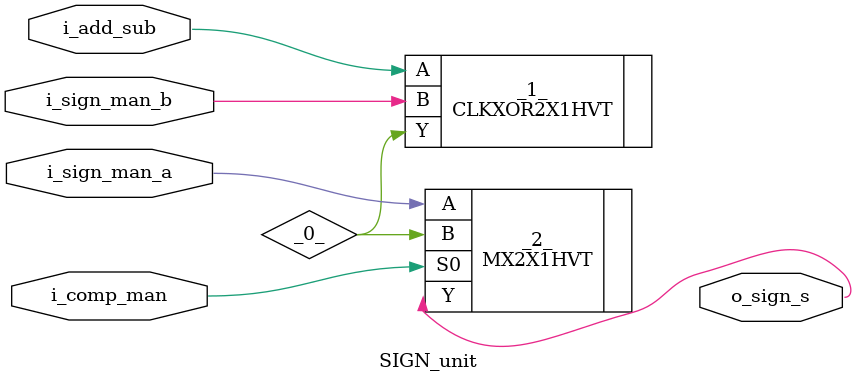
<source format=sv>
/* Generated by Yosys 0.58+84 (git sha1 f5c9e122d, g++ 11.4.0-1ubuntu1~22.04.2 -fPIC -O3) */

module \$paramod$838eca7e11edbbe4133b9d4b805df76569a77db5\SHF_left_28bit (i_shift_number, i_data, o_data);
  input [4:0] i_shift_number;
  wire [4:0] i_shift_number;
  input [27:0] i_data;
  wire [27:0] i_data;
  output [27:0] o_data;
  wire [27:0] o_data;
  wire _000_;
  wire _001_;
  wire _002_;
  wire _003_;
  wire _004_;
  wire _005_;
  wire _006_;
  wire _007_;
  wire _008_;
  wire _009_;
  wire _010_;
  wire _011_;
  wire _012_;
  wire _013_;
  wire _014_;
  wire _015_;
  wire _016_;
  wire _017_;
  wire _018_;
  wire _019_;
  wire _020_;
  wire _021_;
  wire _022_;
  wire _023_;
  wire _024_;
  wire _025_;
  wire _026_;
  wire _027_;
  wire _028_;
  wire _029_;
  wire _030_;
  wire _031_;
  wire _032_;
  wire _033_;
  wire _034_;
  wire _035_;
  wire _036_;
  wire _037_;
  wire _038_;
  wire _039_;
  wire _040_;
  wire _041_;
  wire _042_;
  wire _043_;
  wire _044_;
  wire _045_;
  wire _046_;
  wire _047_;
  wire _048_;
  wire _049_;
  wire _050_;
  wire _051_;
  wire _052_;
  wire _053_;
  wire _054_;
  wire _055_;
  wire _056_;
  wire _057_;
  wire _058_;
  wire _059_;
  wire _060_;
  wire _061_;
  wire _062_;
  wire _063_;
  wire _064_;
  wire _065_;
  wire _066_;
  wire _067_;
  wire _068_;
  wire _069_;
  wire _070_;
  wire _071_;
  wire _072_;
  wire _073_;
  wire _074_;
  wire _075_;
  wire _076_;
  wire _077_;
  wire _078_;
  wire _079_;
  wire _080_;
  wire _081_;
  wire _082_;
  wire _083_;
  wire _084_;
  wire _085_;
  wire _086_;
  wire _087_;
  wire _088_;
  wire _089_;
  wire _090_;
  wire _091_;
  wire _092_;
  wire _093_;
  wire _094_;
  wire _095_;
  wire _096_;
  wire _097_;
  wire [27:0] \stage[0] ;
  wire [27:0] \stage[5] ;
  INVX1HVT _098_ (
    .A(i_shift_number[2]),
    .Y(_067_)
  );
  INVX1HVT _099_ (
    .A(i_shift_number[1]),
    .Y(_068_)
  );
  INVX1HVT _100_ (
    .A(i_shift_number[3]),
    .Y(_069_)
  );
  INVX1HVT _101_ (
    .A(i_shift_number[4]),
    .Y(_070_)
  );
  NOR2BX1HVT _102_ (
    .AN(i_data[0]),
    .B(i_shift_number[0]),
    .Y(_071_)
  );
  NOR3BX1HVT _103_ (
    .AN(i_data[0]),
    .B(i_shift_number[1]),
    .C(i_shift_number[0]),
    .Y(_072_)
  );
  AND2X1HVT _104_ (
    .A(_067_),
    .B(_072_),
    .Y(_073_)
  );
  NAND2X1HVT _105_ (
    .A(_069_),
    .B(_073_),
    .Y(_074_)
  );
  NOR2X1HVT _106_ (
    .A(i_shift_number[4]),
    .B(_074_),
    .Y(o_data[0])
  );
  MXI2XLHVT _107_ (
    .A(i_data[1]),
    .B(i_data[0]),
    .S0(i_shift_number[0]),
    .Y(_075_)
  );
  NOR2X1HVT _108_ (
    .A(i_shift_number[1]),
    .B(_075_),
    .Y(_076_)
  );
  NOR3X1HVT _109_ (
    .A(i_shift_number[2]),
    .B(i_shift_number[1]),
    .C(_075_),
    .Y(_077_)
  );
  NAND2X1HVT _110_ (
    .A(_069_),
    .B(_077_),
    .Y(_078_)
  );
  NOR2X1HVT _111_ (
    .A(i_shift_number[4]),
    .B(_078_),
    .Y(o_data[1])
  );
  MX2X1HVT _112_ (
    .A(i_data[2]),
    .B(i_data[1]),
    .S0(i_shift_number[0]),
    .Y(_079_)
  );
  MXI2XLHVT _113_ (
    .A(_071_),
    .B(_079_),
    .S0(_068_),
    .Y(_080_)
  );
  NOR2X1HVT _114_ (
    .A(i_shift_number[2]),
    .B(_080_),
    .Y(_081_)
  );
  OR2X1HVT _115_ (
    .A(i_shift_number[2]),
    .B(_080_),
    .Y(_082_)
  );
  NOR3X1HVT _116_ (
    .A(i_shift_number[2]),
    .B(i_shift_number[3]),
    .C(_080_),
    .Y(_083_)
  );
  AND2X1HVT _117_ (
    .A(_070_),
    .B(_083_),
    .Y(o_data[2])
  );
  MXI4X1HVT _118_ (
    .A(i_data[3]),
    .B(i_data[2]),
    .C(i_data[1]),
    .D(i_data[0]),
    .S0(i_shift_number[0]),
    .S1(i_shift_number[1]),
    .Y(_084_)
  );
  NOR2X1HVT _119_ (
    .A(i_shift_number[2]),
    .B(_084_),
    .Y(_085_)
  );
  NAND2X1HVT _120_ (
    .A(_069_),
    .B(_085_),
    .Y(_086_)
  );
  NOR2X1HVT _121_ (
    .A(i_shift_number[4]),
    .B(_086_),
    .Y(o_data[3])
  );
  MX4XLHVT _122_ (
    .A(i_data[4]),
    .B(i_data[3]),
    .C(i_data[2]),
    .D(i_data[1]),
    .S0(i_shift_number[0]),
    .S1(i_shift_number[1]),
    .Y(_087_)
  );
  MXI2XLHVT _123_ (
    .A(_072_),
    .B(_087_),
    .S0(_067_),
    .Y(_088_)
  );
  NOR2X1HVT _124_ (
    .A(i_shift_number[3]),
    .B(_088_),
    .Y(_089_)
  );
  AND2X1HVT _125_ (
    .A(_070_),
    .B(_089_),
    .Y(o_data[4])
  );
  MX4XLHVT _126_ (
    .A(i_data[5]),
    .B(i_data[4]),
    .C(i_data[3]),
    .D(i_data[2]),
    .S0(i_shift_number[0]),
    .S1(i_shift_number[1]),
    .Y(_090_)
  );
  MXI2XLHVT _127_ (
    .A(_076_),
    .B(_090_),
    .S0(_067_),
    .Y(_091_)
  );
  NOR3X1HVT _128_ (
    .A(i_shift_number[3]),
    .B(i_shift_number[4]),
    .C(_091_),
    .Y(o_data[5])
  );
  MX4XLHVT _129_ (
    .A(i_data[6]),
    .B(i_data[5]),
    .C(i_data[4]),
    .D(i_data[3]),
    .S0(i_shift_number[0]),
    .S1(i_shift_number[1]),
    .Y(_092_)
  );
  MXI3XLHVT _130_ (
    .A(_071_),
    .B(_079_),
    .C(_092_),
    .S0(_068_),
    .S1(_067_),
    .Y(_093_)
  );
  NOR2X1HVT _131_ (
    .A(i_shift_number[3]),
    .B(_093_),
    .Y(_094_)
  );
  AND2X1HVT _132_ (
    .A(_070_),
    .B(_094_),
    .Y(o_data[6])
  );
  MXI4X1HVT _133_ (
    .A(i_data[7]),
    .B(i_data[6]),
    .C(i_data[5]),
    .D(i_data[4]),
    .S0(i_shift_number[0]),
    .S1(i_shift_number[1]),
    .Y(_095_)
  );
  MX4XLHVT _134_ (
    .A(i_data[7]),
    .B(i_data[6]),
    .C(i_data[5]),
    .D(i_data[4]),
    .S0(i_shift_number[0]),
    .S1(i_shift_number[1]),
    .Y(_096_)
  );
  MX2X1HVT _135_ (
    .A(_084_),
    .B(_095_),
    .S0(_067_),
    .Y(_097_)
  );
  NOR2X1HVT _136_ (
    .A(i_shift_number[3]),
    .B(_097_),
    .Y(_000_)
  );
  AND2X1HVT _137_ (
    .A(_070_),
    .B(_000_),
    .Y(o_data[7])
  );
  MX4XLHVT _138_ (
    .A(i_data[8]),
    .B(i_data[7]),
    .C(i_data[6]),
    .D(i_data[5]),
    .S0(i_shift_number[0]),
    .S1(i_shift_number[1]),
    .Y(_001_)
  );
  MX2X1HVT _139_ (
    .A(_087_),
    .B(_001_),
    .S0(_067_),
    .Y(_002_)
  );
  MXI2XLHVT _140_ (
    .A(_073_),
    .B(_002_),
    .S0(_069_),
    .Y(_003_)
  );
  NOR2X1HVT _141_ (
    .A(i_shift_number[4]),
    .B(_003_),
    .Y(o_data[8])
  );
  MX4XLHVT _142_ (
    .A(i_data[9]),
    .B(i_data[8]),
    .C(i_data[7]),
    .D(i_data[6]),
    .S0(i_shift_number[0]),
    .S1(i_shift_number[1]),
    .Y(_004_)
  );
  MX2X1HVT _143_ (
    .A(_090_),
    .B(_004_),
    .S0(_067_),
    .Y(_005_)
  );
  MX2X1HVT _144_ (
    .A(_077_),
    .B(_005_),
    .S0(_069_),
    .Y(_006_)
  );
  AND2X1HVT _145_ (
    .A(_070_),
    .B(_006_),
    .Y(o_data[9])
  );
  MX4XLHVT _146_ (
    .A(i_data[10]),
    .B(i_data[9]),
    .C(i_data[8]),
    .D(i_data[7]),
    .S0(i_shift_number[0]),
    .S1(i_shift_number[1]),
    .Y(_007_)
  );
  MX2X1HVT _147_ (
    .A(_092_),
    .B(_007_),
    .S0(_067_),
    .Y(_008_)
  );
  NOR2X1HVT _148_ (
    .A(i_shift_number[3]),
    .B(_008_),
    .Y(_009_)
  );
  AOI211XLHVT _149_ (
    .A0(i_shift_number[3]),
    .A1(_082_),
    .B0(_009_),
    .C0(i_shift_number[4]),
    .Y(o_data[10])
  );
  MX4XLHVT _150_ (
    .A(i_data[11]),
    .B(i_data[10]),
    .C(i_data[9]),
    .D(i_data[8]),
    .S0(i_shift_number[0]),
    .S1(i_shift_number[1]),
    .Y(_010_)
  );
  MX2X1HVT _151_ (
    .A(_096_),
    .B(_010_),
    .S0(_067_),
    .Y(_011_)
  );
  MX2X1HVT _152_ (
    .A(_085_),
    .B(_011_),
    .S0(_069_),
    .Y(_012_)
  );
  AND2X1HVT _153_ (
    .A(_070_),
    .B(_012_),
    .Y(o_data[11])
  );
  MX4XLHVT _154_ (
    .A(i_data[12]),
    .B(i_data[11]),
    .C(i_data[10]),
    .D(i_data[9]),
    .S0(i_shift_number[0]),
    .S1(i_shift_number[1]),
    .Y(_013_)
  );
  MX2X1HVT _155_ (
    .A(_001_),
    .B(_013_),
    .S0(_067_),
    .Y(_014_)
  );
  NOR2X1HVT _156_ (
    .A(i_shift_number[3]),
    .B(_014_),
    .Y(_015_)
  );
  AOI211XLHVT _157_ (
    .A0(i_shift_number[3]),
    .A1(_088_),
    .B0(_015_),
    .C0(i_shift_number[4]),
    .Y(o_data[12])
  );
  MX4XLHVT _158_ (
    .A(i_data[13]),
    .B(i_data[12]),
    .C(i_data[11]),
    .D(i_data[10]),
    .S0(i_shift_number[0]),
    .S1(i_shift_number[1]),
    .Y(_016_)
  );
  MX2X1HVT _159_ (
    .A(_004_),
    .B(_016_),
    .S0(_067_),
    .Y(_017_)
  );
  NOR2X1HVT _160_ (
    .A(i_shift_number[3]),
    .B(_017_),
    .Y(_018_)
  );
  AOI211XLHVT _161_ (
    .A0(i_shift_number[3]),
    .A1(_091_),
    .B0(_018_),
    .C0(i_shift_number[4]),
    .Y(o_data[13])
  );
  MX4XLHVT _162_ (
    .A(i_data[14]),
    .B(i_data[13]),
    .C(i_data[12]),
    .D(i_data[11]),
    .S0(i_shift_number[0]),
    .S1(i_shift_number[1]),
    .Y(_019_)
  );
  MX2X1HVT _163_ (
    .A(_007_),
    .B(_019_),
    .S0(_067_),
    .Y(_020_)
  );
  NOR2X1HVT _164_ (
    .A(i_shift_number[3]),
    .B(_020_),
    .Y(_021_)
  );
  AOI211XLHVT _165_ (
    .A0(i_shift_number[3]),
    .A1(_093_),
    .B0(_021_),
    .C0(i_shift_number[4]),
    .Y(o_data[14])
  );
  MX4XLHVT _166_ (
    .A(i_data[15]),
    .B(i_data[14]),
    .C(i_data[13]),
    .D(i_data[12]),
    .S0(i_shift_number[0]),
    .S1(i_shift_number[1]),
    .Y(_022_)
  );
  MX2X1HVT _167_ (
    .A(_010_),
    .B(_022_),
    .S0(_067_),
    .Y(_023_)
  );
  NOR2X1HVT _168_ (
    .A(i_shift_number[3]),
    .B(_023_),
    .Y(_024_)
  );
  AOI211XLHVT _169_ (
    .A0(i_shift_number[3]),
    .A1(_097_),
    .B0(_024_),
    .C0(i_shift_number[4]),
    .Y(o_data[15])
  );
  MX4XLHVT _170_ (
    .A(i_data[16]),
    .B(i_data[15]),
    .C(i_data[14]),
    .D(i_data[13]),
    .S0(i_shift_number[0]),
    .S1(i_shift_number[1]),
    .Y(_025_)
  );
  MX2X1HVT _171_ (
    .A(_013_),
    .B(_025_),
    .S0(_067_),
    .Y(_026_)
  );
  MXI2XLHVT _172_ (
    .A(_002_),
    .B(_026_),
    .S0(_069_),
    .Y(_027_)
  );
  MXI2XLHVT _173_ (
    .A(_074_),
    .B(_027_),
    .S0(_070_),
    .Y(o_data[16])
  );
  MX4XLHVT _174_ (
    .A(i_data[17]),
    .B(i_data[16]),
    .C(i_data[15]),
    .D(i_data[14]),
    .S0(i_shift_number[0]),
    .S1(i_shift_number[1]),
    .Y(_028_)
  );
  MX2X1HVT _175_ (
    .A(_016_),
    .B(_028_),
    .S0(_067_),
    .Y(_029_)
  );
  MXI2XLHVT _176_ (
    .A(_005_),
    .B(_029_),
    .S0(_069_),
    .Y(_030_)
  );
  MXI2XLHVT _177_ (
    .A(_078_),
    .B(_030_),
    .S0(_070_),
    .Y(o_data[17])
  );
  MX2X1HVT _178_ (
    .A(i_data[18]),
    .B(i_data[17]),
    .S0(i_shift_number[0]),
    .Y(_031_)
  );
  MX4XLHVT _179_ (
    .A(i_data[18]),
    .B(i_data[17]),
    .C(i_data[16]),
    .D(i_data[15]),
    .S0(i_shift_number[0]),
    .S1(i_shift_number[1]),
    .Y(_032_)
  );
  MX2X1HVT _180_ (
    .A(_019_),
    .B(_032_),
    .S0(_067_),
    .Y(_033_)
  );
  MX2X1HVT _181_ (
    .A(_008_),
    .B(_033_),
    .S0(_069_),
    .Y(_034_)
  );
  MX2X1HVT _182_ (
    .A(_083_),
    .B(_034_),
    .S0(_070_),
    .Y(o_data[18])
  );
  MX4XLHVT _183_ (
    .A(i_data[19]),
    .B(i_data[18]),
    .C(i_data[17]),
    .D(i_data[16]),
    .S0(i_shift_number[0]),
    .S1(i_shift_number[1]),
    .Y(_035_)
  );
  MX2X1HVT _184_ (
    .A(_022_),
    .B(_035_),
    .S0(_067_),
    .Y(_036_)
  );
  MXI2XLHVT _185_ (
    .A(_011_),
    .B(_036_),
    .S0(_069_),
    .Y(_037_)
  );
  MXI2XLHVT _186_ (
    .A(_086_),
    .B(_037_),
    .S0(_070_),
    .Y(o_data[19])
  );
  MX2X1HVT _187_ (
    .A(i_data[20]),
    .B(i_data[19]),
    .S0(i_shift_number[0]),
    .Y(_038_)
  );
  MX2X1HVT _188_ (
    .A(_031_),
    .B(_038_),
    .S0(_068_),
    .Y(_039_)
  );
  MX3XLHVT _189_ (
    .A(_025_),
    .B(_039_),
    .C(_014_),
    .S0(_067_),
    .S1(i_shift_number[3]),
    .Y(_040_)
  );
  MX2X1HVT _190_ (
    .A(_089_),
    .B(_040_),
    .S0(_070_),
    .Y(o_data[20])
  );
  MX2X1HVT _191_ (
    .A(i_data[21]),
    .B(i_data[20]),
    .S0(i_shift_number[0]),
    .Y(_041_)
  );
  MX4XLHVT _192_ (
    .A(i_data[21]),
    .B(i_data[20]),
    .C(i_data[19]),
    .D(i_data[18]),
    .S0(i_shift_number[0]),
    .S1(i_shift_number[1]),
    .Y(_042_)
  );
  AND2X1HVT _193_ (
    .A(i_shift_number[2]),
    .B(_028_),
    .Y(_043_)
  );
  OAI2BB1X1HVT _194_ (
    .A0N(_067_),
    .A1N(_042_),
    .B0(_069_),
    .Y(_044_)
  );
  OAI221X1HVT _195_ (
    .A0(_069_),
    .A1(_017_),
    .B0(_043_),
    .B1(_044_),
    .C0(_070_),
    .Y(_045_)
  );
  OAI31X1HVT _196_ (
    .A0(i_shift_number[3]),
    .A1(_070_),
    .A2(_091_),
    .B0(_045_),
    .Y(o_data[21])
  );
  MX2X1HVT _197_ (
    .A(i_data[22]),
    .B(i_data[21]),
    .S0(i_shift_number[0]),
    .Y(_046_)
  );
  MX2X1HVT _198_ (
    .A(_038_),
    .B(_046_),
    .S0(_068_),
    .Y(_047_)
  );
  MX3XLHVT _199_ (
    .A(_032_),
    .B(_047_),
    .C(_020_),
    .S0(_067_),
    .S1(i_shift_number[3]),
    .Y(_048_)
  );
  MX2X1HVT _200_ (
    .A(_094_),
    .B(_048_),
    .S0(_070_),
    .Y(o_data[22])
  );
  MX2X1HVT _201_ (
    .A(i_data[23]),
    .B(i_data[22]),
    .S0(i_shift_number[0]),
    .Y(_049_)
  );
  MX2X1HVT _202_ (
    .A(_041_),
    .B(_049_),
    .S0(_068_),
    .Y(_050_)
  );
  MX3XLHVT _203_ (
    .A(_035_),
    .B(_050_),
    .C(_023_),
    .S0(_067_),
    .S1(i_shift_number[3]),
    .Y(_051_)
  );
  MX2X1HVT _204_ (
    .A(_000_),
    .B(_051_),
    .S0(_070_),
    .Y(o_data[23])
  );
  MXI2XLHVT _205_ (
    .A(i_data[24]),
    .B(i_data[23]),
    .S0(i_shift_number[0]),
    .Y(_052_)
  );
  NOR2X1HVT _206_ (
    .A(i_shift_number[1]),
    .B(_052_),
    .Y(_053_)
  );
  OAI2BB1X1HVT _207_ (
    .A0N(i_shift_number[1]),
    .A1N(_046_),
    .B0(_067_),
    .Y(_054_)
  );
  OAI221X1HVT _208_ (
    .A0(_067_),
    .A1(_039_),
    .B0(_053_),
    .B1(_054_),
    .C0(_069_),
    .Y(_055_)
  );
  AOI21X1HVT _209_ (
    .A0(i_shift_number[3]),
    .A1(_026_),
    .B0(i_shift_number[4]),
    .Y(_056_)
  );
  AOI22X1HVT _210_ (
    .A0(i_shift_number[4]),
    .A1(_003_),
    .B0(_055_),
    .B1(_056_),
    .Y(o_data[24])
  );
  MX2X1HVT _211_ (
    .A(i_data[25]),
    .B(i_data[24]),
    .S0(i_shift_number[0]),
    .Y(_057_)
  );
  MX2X1HVT _212_ (
    .A(_049_),
    .B(_057_),
    .S0(_068_),
    .Y(_058_)
  );
  MX2X1HVT _213_ (
    .A(_042_),
    .B(_058_),
    .S0(_067_),
    .Y(_059_)
  );
  MX3XLHVT _214_ (
    .A(_029_),
    .B(_059_),
    .C(_006_),
    .S0(_069_),
    .S1(i_shift_number[4]),
    .Y(o_data[25])
  );
  MXI2XLHVT _215_ (
    .A(i_data[26]),
    .B(i_data[25]),
    .S0(i_shift_number[0]),
    .Y(_060_)
  );
  NOR2X1HVT _216_ (
    .A(i_shift_number[1]),
    .B(_060_),
    .Y(_061_)
  );
  OAI21X1HVT _217_ (
    .A0(_068_),
    .A1(_052_),
    .B0(_067_),
    .Y(_062_)
  );
  OA22X1HVT _218_ (
    .A0(_067_),
    .A1(_047_),
    .B0(_061_),
    .B1(_062_),
    .Y(_063_)
  );
  MX4XLHVT _219_ (
    .A(_081_),
    .B(_008_),
    .C(_033_),
    .D(_063_),
    .S0(_069_),
    .S1(_070_),
    .Y(o_data[26])
  );
  MX2X1HVT _220_ (
    .A(i_data[27]),
    .B(i_data[26]),
    .S0(i_shift_number[0]),
    .Y(_064_)
  );
  MX2X1HVT _221_ (
    .A(_057_),
    .B(_064_),
    .S0(_068_),
    .Y(_065_)
  );
  MX3XLHVT _222_ (
    .A(_050_),
    .B(_065_),
    .C(_036_),
    .S0(_067_),
    .S1(i_shift_number[3]),
    .Y(_066_)
  );
  MX2X1HVT _223_ (
    .A(_012_),
    .B(_066_),
    .S0(_070_),
    .Y(o_data[27])
  );
  assign \stage[0]  = i_data;
  assign \stage[5]  = o_data;
endmodule

module \$paramod$838eca7e11edbbe4133b9d4b805df76569a77db5\SHF_right_28bit (i_shift_number, i_data, o_data);
  input [4:0] i_shift_number;
  wire [4:0] i_shift_number;
  input [27:0] i_data;
  wire [27:0] i_data;
  output [27:0] o_data;
  wire [27:0] o_data;
  wire _000_;
  wire _001_;
  wire _002_;
  wire _003_;
  wire _004_;
  wire _005_;
  wire _006_;
  wire _007_;
  wire _008_;
  wire _009_;
  wire _010_;
  wire _011_;
  wire _012_;
  wire _013_;
  wire _014_;
  wire _015_;
  wire _016_;
  wire _017_;
  wire _018_;
  wire _019_;
  wire _020_;
  wire _021_;
  wire _022_;
  wire _023_;
  wire _024_;
  wire _025_;
  wire _026_;
  wire _027_;
  wire _028_;
  wire _029_;
  wire _030_;
  wire _031_;
  wire _032_;
  wire _033_;
  wire _034_;
  wire _035_;
  wire _036_;
  wire _037_;
  wire _038_;
  wire _039_;
  wire _040_;
  wire _041_;
  wire _042_;
  wire _043_;
  wire _044_;
  wire _045_;
  wire _046_;
  wire _047_;
  wire _048_;
  wire _049_;
  wire _050_;
  wire _051_;
  wire _052_;
  wire _053_;
  wire _054_;
  wire _055_;
  wire _056_;
  wire _057_;
  wire _058_;
  wire _059_;
  wire _060_;
  wire _061_;
  wire _062_;
  wire _063_;
  wire _064_;
  wire _065_;
  wire _066_;
  wire _067_;
  wire _068_;
  wire _069_;
  wire _070_;
  wire _071_;
  wire _072_;
  wire _073_;
  wire _074_;
  wire _075_;
  wire _076_;
  wire _077_;
  wire _078_;
  wire _079_;
  wire _080_;
  wire _081_;
  wire _082_;
  wire _083_;
  wire _084_;
  wire _085_;
  wire _086_;
  wire _087_;
  wire _088_;
  wire _089_;
  wire _090_;
  wire _091_;
  wire _092_;
  wire _093_;
  wire _094_;
  wire _095_;
  wire _096_;
  wire _097_;
  wire _098_;
  wire [27:0] \stage[0] ;
  wire [27:0] \stage[5] ;
  INVX1HVT _099_ (
    .A(i_shift_number[2]),
    .Y(_062_)
  );
  INVX1HVT _100_ (
    .A(i_shift_number[3]),
    .Y(_063_)
  );
  INVX1HVT _101_ (
    .A(i_shift_number[4]),
    .Y(_064_)
  );
  MX2X1HVT _102_ (
    .A(i_data[0]),
    .B(i_data[1]),
    .S0(i_shift_number[0]),
    .Y(_065_)
  );
  MX2X1HVT _103_ (
    .A(i_data[2]),
    .B(i_data[3]),
    .S0(i_shift_number[0]),
    .Y(_066_)
  );
  MX2X1HVT _104_ (
    .A(_065_),
    .B(_066_),
    .S0(i_shift_number[1]),
    .Y(_067_)
  );
  MX2X1HVT _105_ (
    .A(i_data[4]),
    .B(i_data[5]),
    .S0(i_shift_number[0]),
    .Y(_068_)
  );
  MX2X1HVT _106_ (
    .A(i_data[6]),
    .B(i_data[7]),
    .S0(i_shift_number[0]),
    .Y(_069_)
  );
  MX2X1HVT _107_ (
    .A(_068_),
    .B(_069_),
    .S0(i_shift_number[1]),
    .Y(_070_)
  );
  MX2X1HVT _108_ (
    .A(i_data[8]),
    .B(i_data[9]),
    .S0(i_shift_number[0]),
    .Y(_071_)
  );
  MX4XLHVT _109_ (
    .A(i_data[8]),
    .B(i_data[9]),
    .C(i_data[10]),
    .D(i_data[11]),
    .S0(i_shift_number[0]),
    .S1(i_shift_number[1]),
    .Y(_072_)
  );
  MX4XLHVT _110_ (
    .A(i_data[12]),
    .B(i_data[13]),
    .C(i_data[14]),
    .D(i_data[15]),
    .S0(i_shift_number[0]),
    .S1(i_shift_number[1]),
    .Y(_073_)
  );
  MX2X1HVT _111_ (
    .A(_072_),
    .B(_073_),
    .S0(i_shift_number[2]),
    .Y(_074_)
  );
  MX3XLHVT _112_ (
    .A(_067_),
    .B(_070_),
    .C(_074_),
    .S0(i_shift_number[2]),
    .S1(i_shift_number[3]),
    .Y(_075_)
  );
  MX4XLHVT _113_ (
    .A(i_data[16]),
    .B(i_data[17]),
    .C(i_data[18]),
    .D(i_data[19]),
    .S0(i_shift_number[0]),
    .S1(i_shift_number[1]),
    .Y(_076_)
  );
  MXI4X1HVT _114_ (
    .A(i_data[20]),
    .B(i_data[21]),
    .C(i_data[22]),
    .D(i_data[23]),
    .S0(i_shift_number[0]),
    .S1(i_shift_number[1]),
    .Y(_077_)
  );
  MX4XLHVT _115_ (
    .A(i_data[20]),
    .B(i_data[21]),
    .C(i_data[22]),
    .D(i_data[23]),
    .S0(i_shift_number[0]),
    .S1(i_shift_number[1]),
    .Y(_078_)
  );
  MX2X1HVT _116_ (
    .A(_076_),
    .B(_078_),
    .S0(i_shift_number[2]),
    .Y(_079_)
  );
  MXI2XLHVT _117_ (
    .A(i_data[26]),
    .B(i_data[27]),
    .S0(i_shift_number[0]),
    .Y(_080_)
  );
  MXI4X1HVT _118_ (
    .A(i_data[24]),
    .B(i_data[25]),
    .C(i_data[26]),
    .D(i_data[27]),
    .S0(i_shift_number[0]),
    .S1(i_shift_number[1]),
    .Y(_081_)
  );
  NOR2X1HVT _119_ (
    .A(i_shift_number[2]),
    .B(_081_),
    .Y(_082_)
  );
  MX2X1HVT _120_ (
    .A(_079_),
    .B(_082_),
    .S0(i_shift_number[3]),
    .Y(_083_)
  );
  MX2X1HVT _121_ (
    .A(_075_),
    .B(_083_),
    .S0(i_shift_number[4]),
    .Y(o_data[0])
  );
  MX2X1HVT _122_ (
    .A(i_data[1]),
    .B(i_data[2]),
    .S0(i_shift_number[0]),
    .Y(_084_)
  );
  MX2X1HVT _123_ (
    .A(i_data[3]),
    .B(i_data[4]),
    .S0(i_shift_number[0]),
    .Y(_085_)
  );
  MX2X1HVT _124_ (
    .A(i_data[5]),
    .B(i_data[6]),
    .S0(i_shift_number[0]),
    .Y(_086_)
  );
  MX4XLHVT _125_ (
    .A(i_data[5]),
    .B(i_data[6]),
    .C(i_data[7]),
    .D(i_data[8]),
    .S0(i_shift_number[0]),
    .S1(i_shift_number[1]),
    .Y(_087_)
  );
  MX3XLHVT _126_ (
    .A(_084_),
    .B(_085_),
    .C(_087_),
    .S0(i_shift_number[1]),
    .S1(i_shift_number[2]),
    .Y(_088_)
  );
  MX4XLHVT _127_ (
    .A(i_data[9]),
    .B(i_data[10]),
    .C(i_data[11]),
    .D(i_data[12]),
    .S0(i_shift_number[0]),
    .S1(i_shift_number[1]),
    .Y(_089_)
  );
  MX4XLHVT _128_ (
    .A(i_data[13]),
    .B(i_data[14]),
    .C(i_data[15]),
    .D(i_data[16]),
    .S0(i_shift_number[0]),
    .S1(i_shift_number[1]),
    .Y(_090_)
  );
  MX2X1HVT _129_ (
    .A(_089_),
    .B(_090_),
    .S0(i_shift_number[2]),
    .Y(_091_)
  );
  MX2X1HVT _130_ (
    .A(_088_),
    .B(_091_),
    .S0(i_shift_number[3]),
    .Y(_092_)
  );
  MX4XLHVT _131_ (
    .A(i_data[17]),
    .B(i_data[18]),
    .C(i_data[19]),
    .D(i_data[20]),
    .S0(i_shift_number[0]),
    .S1(i_shift_number[1]),
    .Y(_093_)
  );
  MX4XLHVT _132_ (
    .A(i_data[21]),
    .B(i_data[22]),
    .C(i_data[23]),
    .D(i_data[24]),
    .S0(i_shift_number[0]),
    .S1(i_shift_number[1]),
    .Y(_094_)
  );
  MX2X1HVT _133_ (
    .A(_093_),
    .B(_094_),
    .S0(i_shift_number[2]),
    .Y(_095_)
  );
  MX2X1HVT _134_ (
    .A(i_data[25]),
    .B(i_data[26]),
    .S0(i_shift_number[0]),
    .Y(_096_)
  );
  NOR2BX1HVT _135_ (
    .AN(i_data[27]),
    .B(i_shift_number[0]),
    .Y(_097_)
  );
  MX2X1HVT _136_ (
    .A(_096_),
    .B(_097_),
    .S0(i_shift_number[1]),
    .Y(_098_)
  );
  AND2X1HVT _137_ (
    .A(_062_),
    .B(_098_),
    .Y(_000_)
  );
  NAND2X1HVT _138_ (
    .A(_062_),
    .B(_098_),
    .Y(_001_)
  );
  NOR2X1HVT _139_ (
    .A(i_shift_number[3]),
    .B(_095_),
    .Y(_002_)
  );
  MX3XLHVT _140_ (
    .A(_095_),
    .B(_000_),
    .C(_092_),
    .S0(i_shift_number[3]),
    .S1(_064_),
    .Y(o_data[1])
  );
  MX2X1HVT _141_ (
    .A(_066_),
    .B(_068_),
    .S0(i_shift_number[1]),
    .Y(_003_)
  );
  MX2X1HVT _142_ (
    .A(_069_),
    .B(_071_),
    .S0(i_shift_number[1]),
    .Y(_004_)
  );
  MX4XLHVT _143_ (
    .A(i_data[10]),
    .B(i_data[11]),
    .C(i_data[12]),
    .D(i_data[13]),
    .S0(i_shift_number[0]),
    .S1(i_shift_number[1]),
    .Y(_005_)
  );
  MX4XLHVT _144_ (
    .A(i_data[14]),
    .B(i_data[15]),
    .C(i_data[16]),
    .D(i_data[17]),
    .S0(i_shift_number[0]),
    .S1(i_shift_number[1]),
    .Y(_006_)
  );
  MX2X1HVT _145_ (
    .A(_005_),
    .B(_006_),
    .S0(i_shift_number[2]),
    .Y(_007_)
  );
  MX3XLHVT _146_ (
    .A(_003_),
    .B(_004_),
    .C(_007_),
    .S0(i_shift_number[2]),
    .S1(i_shift_number[3]),
    .Y(_008_)
  );
  MX4XLHVT _147_ (
    .A(i_data[18]),
    .B(i_data[19]),
    .C(i_data[20]),
    .D(i_data[21]),
    .S0(i_shift_number[0]),
    .S1(i_shift_number[1]),
    .Y(_009_)
  );
  MX4XLHVT _148_ (
    .A(i_data[22]),
    .B(i_data[23]),
    .C(i_data[24]),
    .D(i_data[25]),
    .S0(i_shift_number[0]),
    .S1(i_shift_number[1]),
    .Y(_010_)
  );
  MX2X1HVT _149_ (
    .A(_009_),
    .B(_010_),
    .S0(i_shift_number[2]),
    .Y(_011_)
  );
  NOR3X1HVT _150_ (
    .A(i_shift_number[2]),
    .B(i_shift_number[1]),
    .C(_080_),
    .Y(_012_)
  );
  MX2X1HVT _151_ (
    .A(_011_),
    .B(_012_),
    .S0(i_shift_number[3]),
    .Y(_013_)
  );
  MX2X1HVT _152_ (
    .A(_008_),
    .B(_013_),
    .S0(i_shift_number[4]),
    .Y(o_data[2])
  );
  MX4XLHVT _153_ (
    .A(i_data[7]),
    .B(i_data[8]),
    .C(i_data[9]),
    .D(i_data[10]),
    .S0(i_shift_number[0]),
    .S1(i_shift_number[1]),
    .Y(_014_)
  );
  MX3XLHVT _154_ (
    .A(_085_),
    .B(_086_),
    .C(_014_),
    .S0(i_shift_number[1]),
    .S1(i_shift_number[2]),
    .Y(_015_)
  );
  NAND2X1HVT _155_ (
    .A(_063_),
    .B(_015_),
    .Y(_016_)
  );
  MX4XLHVT _156_ (
    .A(i_data[11]),
    .B(i_data[12]),
    .C(i_data[13]),
    .D(i_data[14]),
    .S0(i_shift_number[0]),
    .S1(i_shift_number[1]),
    .Y(_017_)
  );
  MX4XLHVT _157_ (
    .A(i_data[15]),
    .B(i_data[16]),
    .C(i_data[17]),
    .D(i_data[18]),
    .S0(i_shift_number[0]),
    .S1(i_shift_number[1]),
    .Y(_018_)
  );
  MX2X1HVT _158_ (
    .A(_017_),
    .B(_018_),
    .S0(i_shift_number[2]),
    .Y(_019_)
  );
  MX4XLHVT _159_ (
    .A(i_data[19]),
    .B(i_data[20]),
    .C(i_data[21]),
    .D(i_data[22]),
    .S0(i_shift_number[0]),
    .S1(i_shift_number[1]),
    .Y(_020_)
  );
  MX4XLHVT _160_ (
    .A(i_data[23]),
    .B(i_data[24]),
    .C(i_data[25]),
    .D(i_data[26]),
    .S0(i_shift_number[0]),
    .S1(i_shift_number[1]),
    .Y(_021_)
  );
  MX2X1HVT _161_ (
    .A(_020_),
    .B(_021_),
    .S0(i_shift_number[2]),
    .Y(_022_)
  );
  NOR3BX1HVT _162_ (
    .AN(i_data[27]),
    .B(i_shift_number[0]),
    .C(i_shift_number[1]),
    .Y(_023_)
  );
  AND2X1HVT _163_ (
    .A(_062_),
    .B(_023_),
    .Y(_024_)
  );
  MXI2XLHVT _164_ (
    .A(_022_),
    .B(_024_),
    .S0(i_shift_number[3]),
    .Y(_025_)
  );
  AOI21X1HVT _165_ (
    .A0(i_shift_number[3]),
    .A1(_019_),
    .B0(i_shift_number[4]),
    .Y(_026_)
  );
  AOI22X1HVT _166_ (
    .A0(i_shift_number[4]),
    .A1(_025_),
    .B0(_026_),
    .B1(_016_),
    .Y(o_data[3])
  );
  MX2X1HVT _167_ (
    .A(_073_),
    .B(_076_),
    .S0(i_shift_number[2]),
    .Y(_027_)
  );
  MX3XLHVT _168_ (
    .A(_070_),
    .B(_072_),
    .C(_027_),
    .S0(i_shift_number[2]),
    .S1(i_shift_number[3]),
    .Y(_028_)
  );
  MX2X1HVT _169_ (
    .A(_077_),
    .B(_081_),
    .S0(i_shift_number[2]),
    .Y(_029_)
  );
  NOR2X1HVT _170_ (
    .A(i_shift_number[3]),
    .B(_029_),
    .Y(_030_)
  );
  MX2X1HVT _171_ (
    .A(_028_),
    .B(_030_),
    .S0(i_shift_number[4]),
    .Y(o_data[4])
  );
  MX2X1HVT _172_ (
    .A(_087_),
    .B(_089_),
    .S0(i_shift_number[2]),
    .Y(_031_)
  );
  MX2X1HVT _173_ (
    .A(_090_),
    .B(_093_),
    .S0(i_shift_number[2]),
    .Y(_032_)
  );
  MXI2XLHVT _174_ (
    .A(_031_),
    .B(_032_),
    .S0(i_shift_number[3]),
    .Y(_033_)
  );
  MXI3XLHVT _175_ (
    .A(_096_),
    .B(_097_),
    .C(_094_),
    .S0(i_shift_number[1]),
    .S1(_062_),
    .Y(_034_)
  );
  OR2X1HVT _176_ (
    .A(i_shift_number[3]),
    .B(_034_),
    .Y(_035_)
  );
  MXI2XLHVT _177_ (
    .A(_033_),
    .B(_035_),
    .S0(i_shift_number[4]),
    .Y(o_data[5])
  );
  MX2X1HVT _178_ (
    .A(_006_),
    .B(_009_),
    .S0(i_shift_number[2]),
    .Y(_036_)
  );
  MX3XLHVT _179_ (
    .A(_004_),
    .B(_005_),
    .C(_036_),
    .S0(i_shift_number[2]),
    .S1(i_shift_number[3]),
    .Y(_037_)
  );
  AOI2BB1X1HVT _180_ (
    .A0N(i_shift_number[1]),
    .A1N(_080_),
    .B0(_062_),
    .Y(_038_)
  );
  NOR2X1HVT _181_ (
    .A(i_shift_number[2]),
    .B(_010_),
    .Y(_039_)
  );
  NOR3X1HVT _182_ (
    .A(i_shift_number[3]),
    .B(_038_),
    .C(_039_),
    .Y(_040_)
  );
  MX2X1HVT _183_ (
    .A(_037_),
    .B(_040_),
    .S0(i_shift_number[4]),
    .Y(o_data[6])
  );
  MX2X1HVT _184_ (
    .A(_014_),
    .B(_017_),
    .S0(i_shift_number[2]),
    .Y(_041_)
  );
  MX2X1HVT _185_ (
    .A(_018_),
    .B(_020_),
    .S0(i_shift_number[2]),
    .Y(_042_)
  );
  MXI2XLHVT _186_ (
    .A(_041_),
    .B(_042_),
    .S0(i_shift_number[3]),
    .Y(_043_)
  );
  MXI2XLHVT _187_ (
    .A(_021_),
    .B(_023_),
    .S0(i_shift_number[2]),
    .Y(_044_)
  );
  OR2X1HVT _188_ (
    .A(i_shift_number[3]),
    .B(_044_),
    .Y(_045_)
  );
  MXI2XLHVT _189_ (
    .A(_043_),
    .B(_045_),
    .S0(i_shift_number[4]),
    .Y(o_data[7])
  );
  NAND2X1HVT _190_ (
    .A(_063_),
    .B(_074_),
    .Y(_046_)
  );
  NAND2X1HVT _191_ (
    .A(_063_),
    .B(_082_),
    .Y(_047_)
  );
  AOI21X1HVT _192_ (
    .A0(i_shift_number[3]),
    .A1(_079_),
    .B0(i_shift_number[4]),
    .Y(_048_)
  );
  AOI22X1HVT _193_ (
    .A0(i_shift_number[4]),
    .A1(_047_),
    .B0(_048_),
    .B1(_046_),
    .Y(o_data[8])
  );
  NAND2X1HVT _194_ (
    .A(_063_),
    .B(_091_),
    .Y(_049_)
  );
  NAND3BXLHVT _195_ (
    .AN(i_shift_number[2]),
    .B(_063_),
    .C(_098_),
    .Y(_050_)
  );
  AOI21X1HVT _196_ (
    .A0(i_shift_number[3]),
    .A1(_095_),
    .B0(i_shift_number[4]),
    .Y(_051_)
  );
  AOI22X1HVT _197_ (
    .A0(i_shift_number[4]),
    .A1(_050_),
    .B0(_051_),
    .B1(_049_),
    .Y(o_data[9])
  );
  MXI2XLHVT _198_ (
    .A(_007_),
    .B(_011_),
    .S0(i_shift_number[3]),
    .Y(_052_)
  );
  NAND2X1HVT _199_ (
    .A(_063_),
    .B(_012_),
    .Y(_053_)
  );
  MXI2XLHVT _200_ (
    .A(_052_),
    .B(_053_),
    .S0(i_shift_number[4]),
    .Y(o_data[10])
  );
  NAND2X1HVT _201_ (
    .A(_063_),
    .B(_019_),
    .Y(_054_)
  );
  AOI21X1HVT _202_ (
    .A0(i_shift_number[3]),
    .A1(_022_),
    .B0(i_shift_number[4]),
    .Y(_055_)
  );
  NAND2X1HVT _203_ (
    .A(_063_),
    .B(_024_),
    .Y(_056_)
  );
  AOI22X1HVT _204_ (
    .A0(_054_),
    .A1(_055_),
    .B0(_056_),
    .B1(i_shift_number[4]),
    .Y(o_data[11])
  );
  NOR2X1HVT _205_ (
    .A(i_shift_number[3]),
    .B(_027_),
    .Y(_057_)
  );
  AOI211XLHVT _206_ (
    .A0(i_shift_number[3]),
    .A1(_029_),
    .B0(_057_),
    .C0(i_shift_number[4]),
    .Y(o_data[12])
  );
  NOR2X1HVT _207_ (
    .A(i_shift_number[3]),
    .B(_032_),
    .Y(_058_)
  );
  AOI211XLHVT _208_ (
    .A0(i_shift_number[3]),
    .A1(_034_),
    .B0(_058_),
    .C0(i_shift_number[4]),
    .Y(o_data[13])
  );
  OAI21X1HVT _209_ (
    .A0(_038_),
    .A1(_039_),
    .B0(i_shift_number[3]),
    .Y(_059_)
  );
  OAI21X1HVT _210_ (
    .A0(i_shift_number[3]),
    .A1(_036_),
    .B0(_064_),
    .Y(_060_)
  );
  NOR2BX1HVT _211_ (
    .AN(_059_),
    .B(_060_),
    .Y(o_data[14])
  );
  NOR2X1HVT _212_ (
    .A(i_shift_number[3]),
    .B(_042_),
    .Y(_061_)
  );
  AOI211XLHVT _213_ (
    .A0(i_shift_number[3]),
    .A1(_044_),
    .B0(_061_),
    .C0(i_shift_number[4]),
    .Y(o_data[15])
  );
  AND2X1HVT _214_ (
    .A(_064_),
    .B(_083_),
    .Y(o_data[16])
  );
  AOI211XLHVT _215_ (
    .A0(i_shift_number[3]),
    .A1(_001_),
    .B0(_002_),
    .C0(i_shift_number[4]),
    .Y(o_data[17])
  );
  AND2X1HVT _216_ (
    .A(_064_),
    .B(_013_),
    .Y(o_data[18])
  );
  NOR2X1HVT _217_ (
    .A(i_shift_number[4]),
    .B(_025_),
    .Y(o_data[19])
  );
  AND2X1HVT _218_ (
    .A(_064_),
    .B(_030_),
    .Y(o_data[20])
  );
  NOR2X1HVT _219_ (
    .A(i_shift_number[4]),
    .B(_035_),
    .Y(o_data[21])
  );
  AND2X1HVT _220_ (
    .A(_064_),
    .B(_040_),
    .Y(o_data[22])
  );
  NOR2X1HVT _221_ (
    .A(i_shift_number[4]),
    .B(_045_),
    .Y(o_data[23])
  );
  NOR2X1HVT _222_ (
    .A(i_shift_number[4]),
    .B(_047_),
    .Y(o_data[24])
  );
  NOR2X1HVT _223_ (
    .A(i_shift_number[4]),
    .B(_050_),
    .Y(o_data[25])
  );
  NOR2X1HVT _224_ (
    .A(i_shift_number[4]),
    .B(_053_),
    .Y(o_data[26])
  );
  NOR2X1HVT _225_ (
    .A(i_shift_number[4]),
    .B(_056_),
    .Y(o_data[27])
  );
  assign \stage[0]  = i_data;
  assign \stage[5]  = o_data;
endmodule

module \$paramod$86e2ecc188db999b02eea494903b0b71b5611749\NORMALIZATION_unit (i_overflow, i_zero_flag, i_one_position, i_mantissa, o_mantissa);
  input i_overflow;
  wire i_overflow;
  input i_zero_flag;
  wire i_zero_flag;
  input [4:0] i_one_position;
  wire [4:0] i_one_position;
  input [27:0] i_mantissa;
  wire [27:0] i_mantissa;
  output [27:0] o_mantissa;
  wire [27:0] o_mantissa;
  wire _000_;
  wire _001_;
  wire _002_;
  wire _003_;
  wire _004_;
  wire _005_;
  wire _006_;
  wire _007_;
  wire _008_;
  wire _009_;
  wire _010_;
  wire _011_;
  wire _012_;
  wire _013_;
  wire _014_;
  wire _015_;
  wire _016_;
  wire _017_;
  wire _018_;
  wire _019_;
  wire _020_;
  wire _021_;
  wire _022_;
  wire _023_;
  wire _024_;
  wire _025_;
  wire _026_;
  wire _027_;
  wire _028_;
  wire _029_;
  wire _030_;
  wire _031_;
  wire _032_;
  wire _033_;
  wire _034_;
  wire _035_;
  wire _036_;
  wire _037_;
  wire _038_;
  wire _039_;
  wire _040_;
  wire _041_;
  wire _042_;
  wire _043_;
  wire _044_;
  wire _045_;
  wire _046_;
  wire _047_;
  wire _048_;
  wire _049_;
  wire _050_;
  wire _051_;
  wire _052_;
  wire _053_;
  wire _054_;
  wire _055_;
  wire [27:0] w_shift_left;
  INVX1HVT _056_ (
    .A(i_overflow),
    .Y(_047_)
  );
  MXI2XLHVT _057_ (
    .A(w_shift_left[0]),
    .B(i_mantissa[0]),
    .S0(i_mantissa[27]),
    .Y(_048_)
  );
  NOR2BX1HVT _058_ (
    .AN(i_overflow),
    .B(i_mantissa[1]),
    .Y(_049_)
  );
  AOI211XLHVT _059_ (
    .A0(_047_),
    .A1(_048_),
    .B0(_049_),
    .C0(i_zero_flag),
    .Y(o_mantissa[0])
  );
  MXI2XLHVT _060_ (
    .A(w_shift_left[1]),
    .B(i_mantissa[1]),
    .S0(i_mantissa[27]),
    .Y(_050_)
  );
  NOR2BX1HVT _061_ (
    .AN(i_overflow),
    .B(i_mantissa[2]),
    .Y(_051_)
  );
  AOI211XLHVT _062_ (
    .A0(_047_),
    .A1(_050_),
    .B0(_051_),
    .C0(i_zero_flag),
    .Y(o_mantissa[1])
  );
  MXI2XLHVT _063_ (
    .A(w_shift_left[2]),
    .B(i_mantissa[2]),
    .S0(i_mantissa[27]),
    .Y(_052_)
  );
  NOR2BX1HVT _064_ (
    .AN(i_overflow),
    .B(i_mantissa[3]),
    .Y(_053_)
  );
  AOI211XLHVT _065_ (
    .A0(_047_),
    .A1(_052_),
    .B0(_053_),
    .C0(i_zero_flag),
    .Y(o_mantissa[2])
  );
  MXI2XLHVT _066_ (
    .A(w_shift_left[3]),
    .B(i_mantissa[3]),
    .S0(i_mantissa[27]),
    .Y(_054_)
  );
  NOR2BX1HVT _067_ (
    .AN(i_overflow),
    .B(i_mantissa[4]),
    .Y(_055_)
  );
  AOI211XLHVT _068_ (
    .A0(_047_),
    .A1(_054_),
    .B0(_055_),
    .C0(i_zero_flag),
    .Y(o_mantissa[3])
  );
  MXI2XLHVT _069_ (
    .A(w_shift_left[4]),
    .B(i_mantissa[4]),
    .S0(i_mantissa[27]),
    .Y(_000_)
  );
  NOR2BX1HVT _070_ (
    .AN(i_overflow),
    .B(i_mantissa[5]),
    .Y(_001_)
  );
  AOI211XLHVT _071_ (
    .A0(_047_),
    .A1(_000_),
    .B0(_001_),
    .C0(i_zero_flag),
    .Y(o_mantissa[4])
  );
  MXI2XLHVT _072_ (
    .A(w_shift_left[5]),
    .B(i_mantissa[5]),
    .S0(i_mantissa[27]),
    .Y(_002_)
  );
  NOR2BX1HVT _073_ (
    .AN(i_overflow),
    .B(i_mantissa[6]),
    .Y(_003_)
  );
  AOI211XLHVT _074_ (
    .A0(_047_),
    .A1(_002_),
    .B0(_003_),
    .C0(i_zero_flag),
    .Y(o_mantissa[5])
  );
  MXI2XLHVT _075_ (
    .A(w_shift_left[6]),
    .B(i_mantissa[6]),
    .S0(i_mantissa[27]),
    .Y(_004_)
  );
  NOR2BX1HVT _076_ (
    .AN(i_overflow),
    .B(i_mantissa[7]),
    .Y(_005_)
  );
  AOI211XLHVT _077_ (
    .A0(_047_),
    .A1(_004_),
    .B0(_005_),
    .C0(i_zero_flag),
    .Y(o_mantissa[6])
  );
  MXI2XLHVT _078_ (
    .A(w_shift_left[7]),
    .B(i_mantissa[7]),
    .S0(i_mantissa[27]),
    .Y(_006_)
  );
  NOR2BX1HVT _079_ (
    .AN(i_overflow),
    .B(i_mantissa[8]),
    .Y(_007_)
  );
  AOI211XLHVT _080_ (
    .A0(_047_),
    .A1(_006_),
    .B0(_007_),
    .C0(i_zero_flag),
    .Y(o_mantissa[7])
  );
  MXI2XLHVT _081_ (
    .A(w_shift_left[8]),
    .B(i_mantissa[8]),
    .S0(i_mantissa[27]),
    .Y(_008_)
  );
  NOR2BX1HVT _082_ (
    .AN(i_overflow),
    .B(i_mantissa[9]),
    .Y(_009_)
  );
  AOI211XLHVT _083_ (
    .A0(_047_),
    .A1(_008_),
    .B0(_009_),
    .C0(i_zero_flag),
    .Y(o_mantissa[8])
  );
  MXI2XLHVT _084_ (
    .A(w_shift_left[9]),
    .B(i_mantissa[9]),
    .S0(i_mantissa[27]),
    .Y(_010_)
  );
  NOR2BX1HVT _085_ (
    .AN(i_overflow),
    .B(i_mantissa[10]),
    .Y(_011_)
  );
  AOI211XLHVT _086_ (
    .A0(_047_),
    .A1(_010_),
    .B0(_011_),
    .C0(i_zero_flag),
    .Y(o_mantissa[9])
  );
  MXI2XLHVT _087_ (
    .A(w_shift_left[10]),
    .B(i_mantissa[10]),
    .S0(i_mantissa[27]),
    .Y(_012_)
  );
  NOR2BX1HVT _088_ (
    .AN(i_overflow),
    .B(i_mantissa[11]),
    .Y(_013_)
  );
  AOI211XLHVT _089_ (
    .A0(_047_),
    .A1(_012_),
    .B0(_013_),
    .C0(i_zero_flag),
    .Y(o_mantissa[10])
  );
  MXI2XLHVT _090_ (
    .A(w_shift_left[11]),
    .B(i_mantissa[11]),
    .S0(i_mantissa[27]),
    .Y(_014_)
  );
  NOR2BX1HVT _091_ (
    .AN(i_overflow),
    .B(i_mantissa[12]),
    .Y(_015_)
  );
  AOI211XLHVT _092_ (
    .A0(_047_),
    .A1(_014_),
    .B0(_015_),
    .C0(i_zero_flag),
    .Y(o_mantissa[11])
  );
  MXI2XLHVT _093_ (
    .A(w_shift_left[12]),
    .B(i_mantissa[12]),
    .S0(i_mantissa[27]),
    .Y(_016_)
  );
  NOR2BX1HVT _094_ (
    .AN(i_overflow),
    .B(i_mantissa[13]),
    .Y(_017_)
  );
  AOI211XLHVT _095_ (
    .A0(_047_),
    .A1(_016_),
    .B0(_017_),
    .C0(i_zero_flag),
    .Y(o_mantissa[12])
  );
  MXI2XLHVT _096_ (
    .A(w_shift_left[13]),
    .B(i_mantissa[13]),
    .S0(i_mantissa[27]),
    .Y(_018_)
  );
  NOR2BX1HVT _097_ (
    .AN(i_overflow),
    .B(i_mantissa[14]),
    .Y(_019_)
  );
  AOI211XLHVT _098_ (
    .A0(_047_),
    .A1(_018_),
    .B0(_019_),
    .C0(i_zero_flag),
    .Y(o_mantissa[13])
  );
  MXI2XLHVT _099_ (
    .A(w_shift_left[14]),
    .B(i_mantissa[14]),
    .S0(i_mantissa[27]),
    .Y(_020_)
  );
  NOR2BX1HVT _100_ (
    .AN(i_overflow),
    .B(i_mantissa[15]),
    .Y(_021_)
  );
  AOI211XLHVT _101_ (
    .A0(_047_),
    .A1(_020_),
    .B0(_021_),
    .C0(i_zero_flag),
    .Y(o_mantissa[14])
  );
  MXI2XLHVT _102_ (
    .A(w_shift_left[15]),
    .B(i_mantissa[15]),
    .S0(i_mantissa[27]),
    .Y(_022_)
  );
  NOR2BX1HVT _103_ (
    .AN(i_overflow),
    .B(i_mantissa[16]),
    .Y(_023_)
  );
  AOI211XLHVT _104_ (
    .A0(_047_),
    .A1(_022_),
    .B0(_023_),
    .C0(i_zero_flag),
    .Y(o_mantissa[15])
  );
  MXI2XLHVT _105_ (
    .A(w_shift_left[16]),
    .B(i_mantissa[16]),
    .S0(i_mantissa[27]),
    .Y(_024_)
  );
  NOR2BX1HVT _106_ (
    .AN(i_overflow),
    .B(i_mantissa[17]),
    .Y(_025_)
  );
  AOI211XLHVT _107_ (
    .A0(_047_),
    .A1(_024_),
    .B0(_025_),
    .C0(i_zero_flag),
    .Y(o_mantissa[16])
  );
  MXI2XLHVT _108_ (
    .A(w_shift_left[17]),
    .B(i_mantissa[17]),
    .S0(i_mantissa[27]),
    .Y(_026_)
  );
  NOR2BX1HVT _109_ (
    .AN(i_overflow),
    .B(i_mantissa[18]),
    .Y(_027_)
  );
  AOI211XLHVT _110_ (
    .A0(_047_),
    .A1(_026_),
    .B0(_027_),
    .C0(i_zero_flag),
    .Y(o_mantissa[17])
  );
  MXI2XLHVT _111_ (
    .A(w_shift_left[18]),
    .B(i_mantissa[18]),
    .S0(i_mantissa[27]),
    .Y(_028_)
  );
  NOR2BX1HVT _112_ (
    .AN(i_overflow),
    .B(i_mantissa[19]),
    .Y(_029_)
  );
  AOI211XLHVT _113_ (
    .A0(_047_),
    .A1(_028_),
    .B0(_029_),
    .C0(i_zero_flag),
    .Y(o_mantissa[18])
  );
  MXI2XLHVT _114_ (
    .A(w_shift_left[19]),
    .B(i_mantissa[19]),
    .S0(i_mantissa[27]),
    .Y(_030_)
  );
  NOR2BX1HVT _115_ (
    .AN(i_overflow),
    .B(i_mantissa[20]),
    .Y(_031_)
  );
  AOI211XLHVT _116_ (
    .A0(_047_),
    .A1(_030_),
    .B0(_031_),
    .C0(i_zero_flag),
    .Y(o_mantissa[19])
  );
  MXI2XLHVT _117_ (
    .A(w_shift_left[20]),
    .B(i_mantissa[20]),
    .S0(i_mantissa[27]),
    .Y(_032_)
  );
  NOR2BX1HVT _118_ (
    .AN(i_overflow),
    .B(i_mantissa[21]),
    .Y(_033_)
  );
  AOI211XLHVT _119_ (
    .A0(_047_),
    .A1(_032_),
    .B0(_033_),
    .C0(i_zero_flag),
    .Y(o_mantissa[20])
  );
  MXI2XLHVT _120_ (
    .A(w_shift_left[21]),
    .B(i_mantissa[21]),
    .S0(i_mantissa[27]),
    .Y(_034_)
  );
  NOR2BX1HVT _121_ (
    .AN(i_overflow),
    .B(i_mantissa[22]),
    .Y(_035_)
  );
  AOI211XLHVT _122_ (
    .A0(_047_),
    .A1(_034_),
    .B0(_035_),
    .C0(i_zero_flag),
    .Y(o_mantissa[21])
  );
  MXI2XLHVT _123_ (
    .A(w_shift_left[22]),
    .B(i_mantissa[22]),
    .S0(i_mantissa[27]),
    .Y(_036_)
  );
  NOR2BX1HVT _124_ (
    .AN(i_overflow),
    .B(i_mantissa[23]),
    .Y(_037_)
  );
  AOI211XLHVT _125_ (
    .A0(_047_),
    .A1(_036_),
    .B0(_037_),
    .C0(i_zero_flag),
    .Y(o_mantissa[22])
  );
  MXI2XLHVT _126_ (
    .A(w_shift_left[23]),
    .B(i_mantissa[23]),
    .S0(i_mantissa[27]),
    .Y(_038_)
  );
  NOR2BX1HVT _127_ (
    .AN(i_overflow),
    .B(i_mantissa[24]),
    .Y(_039_)
  );
  AOI211XLHVT _128_ (
    .A0(_047_),
    .A1(_038_),
    .B0(_039_),
    .C0(i_zero_flag),
    .Y(o_mantissa[23])
  );
  MXI2XLHVT _129_ (
    .A(w_shift_left[24]),
    .B(i_mantissa[24]),
    .S0(i_mantissa[27]),
    .Y(_040_)
  );
  NOR2BX1HVT _130_ (
    .AN(i_overflow),
    .B(i_mantissa[25]),
    .Y(_041_)
  );
  AOI211XLHVT _131_ (
    .A0(_047_),
    .A1(_040_),
    .B0(_041_),
    .C0(i_zero_flag),
    .Y(o_mantissa[24])
  );
  MXI2XLHVT _132_ (
    .A(w_shift_left[25]),
    .B(i_mantissa[25]),
    .S0(i_mantissa[27]),
    .Y(_042_)
  );
  NOR2BX1HVT _133_ (
    .AN(i_overflow),
    .B(i_mantissa[26]),
    .Y(_043_)
  );
  AOI211XLHVT _134_ (
    .A0(_047_),
    .A1(_042_),
    .B0(_043_),
    .C0(i_zero_flag),
    .Y(o_mantissa[25])
  );
  OA21X1HVT _135_ (
    .A0(i_overflow),
    .A1(i_mantissa[26]),
    .B0(i_mantissa[27]),
    .Y(_044_)
  );
  NOR3BX1HVT _136_ (
    .AN(w_shift_left[26]),
    .B(i_overflow),
    .C(i_mantissa[27]),
    .Y(_045_)
  );
  AOI2BB1X1HVT _137_ (
    .A0N(_044_),
    .A1N(_045_),
    .B0(i_zero_flag),
    .Y(o_mantissa[26])
  );
  NOR3X1HVT _138_ (
    .A(i_mantissa[27]),
    .B(i_overflow),
    .C(w_shift_left[27]),
    .Y(_046_)
  );
  NOR2X1HVT _139_ (
    .A(i_zero_flag),
    .B(_046_),
    .Y(o_mantissa[27])
  );
  \$paramod$838eca7e11edbbe4133b9d4b805df76569a77db5\SHF_left_28bit  SHF_left_28bit_unit (
    .i_data(i_mantissa),
    .i_shift_number(i_one_position),
    .o_data(w_shift_left)
  );
endmodule

module \$paramod$9d66fedbd2a12621ad7dd441d4f641513cea53cc\ROUNDING_unit (i_man, o_man_result, o_ov_flow);
  input [27:0] i_man;
  wire [27:0] i_man;
  output [23:0] o_man_result;
  wire [23:0] o_man_result;
  output o_ov_flow;
  wire o_ov_flow;
  wire _0_;
  wire w_guard_bit;
  wire [23:0] w_man_temp;
  wire w_round_bit;
  wire w_rounding_result;
  OAI31X1HVT _1_ (
    .A0(i_man[3]),
    .A1(i_man[0]),
    .A2(i_man[1]),
    .B0(i_man[2]),
    .Y(_0_)
  );
  INVX1HVT _2_ (
    .A(_0_),
    .Y(w_rounding_result)
  );
  \$paramod\RND_add\SIZE_DATA=s32'00000000000000000000000000011000  INCREASE_ROUNDING (
    .i_carry(w_rounding_result),
    .i_data(i_man[27:4]),
    .o_carry(o_ov_flow),
    .o_data(o_man_result)
  );
  assign w_guard_bit = i_man[3];
  assign w_man_temp = i_man[27:4];
  assign w_round_bit = i_man[2];
endmodule

module \$paramod$c4a789d13c6a51d42abff3e6c08b9ac15000ef29\MAN_ALU (i_fpu_op, i_sign_a, i_sign_b, i_man_max, i_man_min, o_man_alu, o_overflow);
  input [0:0] i_fpu_op;
  wire [0:0] i_fpu_op;
  input i_sign_a;
  wire i_sign_a;
  input i_sign_b;
  wire i_sign_b;
  input [27:0] i_man_max;
  wire [27:0] i_man_max;
  input [27:0] i_man_min;
  wire [27:0] i_man_min;
  output [27:0] o_man_alu;
  wire [27:0] o_man_alu;
  output o_overflow;
  wire o_overflow;
  wire _00_;
  wire w_i_carry;
  wire [27:0] w_i_man_b;
  wire w_overflow;
  XNOR3X1HVT _01_ (
    .A(i_sign_b),
    .B(i_sign_a),
    .C(i_fpu_op),
    .Y(_00_)
  );
  INVX1HVT _02_ (
    .A(_00_),
    .Y(w_i_carry)
  );
  XNOR2X1HVT _03_ (
    .A(i_man_min[0]),
    .B(_00_),
    .Y(w_i_man_b[0])
  );
  XNOR2X1HVT _04_ (
    .A(i_man_min[1]),
    .B(_00_),
    .Y(w_i_man_b[1])
  );
  XNOR2X1HVT _05_ (
    .A(i_man_min[2]),
    .B(_00_),
    .Y(w_i_man_b[2])
  );
  XNOR2X1HVT _06_ (
    .A(i_man_min[3]),
    .B(_00_),
    .Y(w_i_man_b[3])
  );
  XNOR2X1HVT _07_ (
    .A(i_man_min[4]),
    .B(_00_),
    .Y(w_i_man_b[4])
  );
  XNOR2X1HVT _08_ (
    .A(i_man_min[5]),
    .B(_00_),
    .Y(w_i_man_b[5])
  );
  XNOR2X1HVT _09_ (
    .A(i_man_min[6]),
    .B(_00_),
    .Y(w_i_man_b[6])
  );
  XNOR2X1HVT _10_ (
    .A(i_man_min[7]),
    .B(_00_),
    .Y(w_i_man_b[7])
  );
  XNOR2X1HVT _11_ (
    .A(i_man_min[8]),
    .B(_00_),
    .Y(w_i_man_b[8])
  );
  XNOR2X1HVT _12_ (
    .A(i_man_min[9]),
    .B(_00_),
    .Y(w_i_man_b[9])
  );
  XNOR2X1HVT _13_ (
    .A(i_man_min[10]),
    .B(_00_),
    .Y(w_i_man_b[10])
  );
  XNOR2X1HVT _14_ (
    .A(i_man_min[11]),
    .B(_00_),
    .Y(w_i_man_b[11])
  );
  XNOR2X1HVT _15_ (
    .A(i_man_min[12]),
    .B(_00_),
    .Y(w_i_man_b[12])
  );
  XNOR2X1HVT _16_ (
    .A(i_man_min[13]),
    .B(_00_),
    .Y(w_i_man_b[13])
  );
  XNOR2X1HVT _17_ (
    .A(i_man_min[14]),
    .B(_00_),
    .Y(w_i_man_b[14])
  );
  XNOR2X1HVT _18_ (
    .A(i_man_min[15]),
    .B(_00_),
    .Y(w_i_man_b[15])
  );
  XNOR2X1HVT _19_ (
    .A(i_man_min[16]),
    .B(_00_),
    .Y(w_i_man_b[16])
  );
  XNOR2X1HVT _20_ (
    .A(i_man_min[17]),
    .B(_00_),
    .Y(w_i_man_b[17])
  );
  XNOR2X1HVT _21_ (
    .A(i_man_min[18]),
    .B(_00_),
    .Y(w_i_man_b[18])
  );
  XNOR2X1HVT _22_ (
    .A(i_man_min[19]),
    .B(_00_),
    .Y(w_i_man_b[19])
  );
  XNOR2X1HVT _23_ (
    .A(i_man_min[20]),
    .B(_00_),
    .Y(w_i_man_b[20])
  );
  XNOR2X1HVT _24_ (
    .A(i_man_min[21]),
    .B(_00_),
    .Y(w_i_man_b[21])
  );
  XNOR2X1HVT _25_ (
    .A(i_man_min[22]),
    .B(_00_),
    .Y(w_i_man_b[22])
  );
  XNOR2X1HVT _26_ (
    .A(i_man_min[23]),
    .B(_00_),
    .Y(w_i_man_b[23])
  );
  XNOR2X1HVT _27_ (
    .A(i_man_min[24]),
    .B(_00_),
    .Y(w_i_man_b[24])
  );
  XNOR2X1HVT _28_ (
    .A(i_man_min[25]),
    .B(_00_),
    .Y(w_i_man_b[25])
  );
  XNOR2X1HVT _29_ (
    .A(i_man_min[26]),
    .B(_00_),
    .Y(w_i_man_b[26])
  );
  XNOR2X1HVT _30_ (
    .A(i_man_min[27]),
    .B(_00_),
    .Y(w_i_man_b[27])
  );
  AND2X1HVT _31_ (
    .A(w_overflow),
    .B(_00_),
    .Y(o_overflow)
  );
  CLA_28bit ALU_SUB_UNIT (
    .i_carry(w_i_carry),
    .i_data_a(i_man_max),
    .i_data_b(w_i_man_b),
    .o_carry(w_overflow),
    .o_sum(o_man_alu)
  );
endmodule

module \$paramod$ddb12a396591830656c1cd6f172018da8b53bbff\LOPD_24bit (i_data, o_one_position, o_zero_flag);
  input [23:0] i_data;
  wire [23:0] i_data;
  output [4:0] o_one_position;
  wire [4:0] o_one_position;
  output o_zero_flag;
  wire o_zero_flag;
  wire _0_;
  wire [15:0] LOPD16_i_data;
  wire [3:0] LOPD16_o_pos_one;
  wire LOPD16_o_zero_flag;
  wire [7:0] LOPD8_i_data;
  wire [2:0] LOPD8_o_pos_one;
  wire LOPD8_o_zero_flag;
  wire [4:0] w_o_one_position;
  AND2X1HVT _1_ (
    .A(LOPD8_o_zero_flag),
    .B(LOPD16_o_zero_flag),
    .Y(o_zero_flag)
  );
  NAND2BX1HVT _2_ (
    .AN(LOPD8_o_zero_flag),
    .B(LOPD16_o_zero_flag),
    .Y(_0_)
  );
  OA22X1HVT _3_ (
    .A0(LOPD16_o_zero_flag),
    .A1(LOPD16_o_pos_one[0]),
    .B0(LOPD8_o_pos_one[0]),
    .B1(_0_),
    .Y(o_one_position[0])
  );
  OA22X1HVT _4_ (
    .A0(LOPD16_o_zero_flag),
    .A1(LOPD16_o_pos_one[1]),
    .B0(LOPD8_o_pos_one[1]),
    .B1(_0_),
    .Y(o_one_position[1])
  );
  OA22X1HVT _5_ (
    .A0(LOPD16_o_zero_flag),
    .A1(LOPD16_o_pos_one[2]),
    .B0(LOPD8_o_pos_one[2]),
    .B1(_0_),
    .Y(o_one_position[2])
  );
  MX2X1HVT _6_ (
    .A(LOPD16_o_pos_one[3]),
    .B(LOPD8_o_zero_flag),
    .S0(LOPD16_o_zero_flag),
    .Y(o_one_position[3])
  );
  BUFX2HVT _7_ (
    .A(LOPD16_o_zero_flag),
    .Y(o_one_position[4])
  );
  LOPD_16bit LOPD_16bit_UNIT_MSB (
    .i_data(i_data[23:8]),
    .o_pos_one(LOPD16_o_pos_one),
    .o_zero_flag(LOPD16_o_zero_flag)
  );
  LOPD_8bit LOPD_8bit_UNIT_LSB (
    .i_data(i_data[7:0]),
    .o_pos_one(LOPD8_o_pos_one),
    .o_zero_flag(LOPD8_o_zero_flag)
  );
  assign LOPD16_i_data = i_data[23:8];
  assign LOPD8_i_data = i_data[7:0];
  assign w_o_one_position[4] = LOPD16_o_zero_flag;
endmodule

module \$paramod$e3033cb942ab349c2c8c9f2494da147b64d93cde\EXP_adjust (i_overflow, i_underflow, i_zero_flag, i_lopd_value, i_exp_value, o_exp_result);
  input i_overflow;
  wire i_overflow;
  input i_underflow;
  wire i_underflow;
  input i_zero_flag;
  wire i_zero_flag;
  input [7:0] i_lopd_value;
  wire [7:0] i_lopd_value;
  input [7:0] i_exp_value;
  wire [7:0] i_exp_value;
  output [7:0] o_exp_result;
  wire [7:0] o_exp_result;
  wire _00_;
  wire _01_;
  wire [7:0] w_data_b;
  wire [7:0] w_exp_result;
  wire w_i_carry;
  INVX1HVT _02_ (
    .A(i_overflow),
    .Y(_00_)
  );
  OAI21X1HVT _03_ (
    .A0(i_lopd_value[0]),
    .A1(i_underflow),
    .B0(_00_),
    .Y(w_data_b[0])
  );
  OR2X1HVT _04_ (
    .A(i_underflow),
    .B(i_overflow),
    .Y(_01_)
  );
  INVX1HVT _05_ (
    .A(_01_),
    .Y(w_i_carry)
  );
  NOR2X1HVT _06_ (
    .A(i_lopd_value[1]),
    .B(_01_),
    .Y(w_data_b[1])
  );
  NOR2X1HVT _07_ (
    .A(i_lopd_value[2]),
    .B(_01_),
    .Y(w_data_b[2])
  );
  NOR2X1HVT _08_ (
    .A(i_lopd_value[3]),
    .B(_01_),
    .Y(w_data_b[3])
  );
  NOR2X1HVT _09_ (
    .A(i_lopd_value[4]),
    .B(_01_),
    .Y(w_data_b[4])
  );
  NOR2X1HVT _10_ (
    .A(i_lopd_value[5]),
    .B(_01_),
    .Y(w_data_b[5])
  );
  NOR2X1HVT _11_ (
    .A(i_lopd_value[6]),
    .B(_01_),
    .Y(w_data_b[6])
  );
  NOR2X1HVT _12_ (
    .A(i_lopd_value[7]),
    .B(_01_),
    .Y(w_data_b[7])
  );
  NOR2BX1HVT _13_ (
    .AN(w_exp_result[0]),
    .B(i_zero_flag),
    .Y(o_exp_result[0])
  );
  NOR2BX1HVT _14_ (
    .AN(w_exp_result[1]),
    .B(i_zero_flag),
    .Y(o_exp_result[1])
  );
  NOR2BX1HVT _15_ (
    .AN(w_exp_result[2]),
    .B(i_zero_flag),
    .Y(o_exp_result[2])
  );
  NOR2BX1HVT _16_ (
    .AN(w_exp_result[3]),
    .B(i_zero_flag),
    .Y(o_exp_result[3])
  );
  NOR2BX1HVT _17_ (
    .AN(w_exp_result[4]),
    .B(i_zero_flag),
    .Y(o_exp_result[4])
  );
  NOR2BX1HVT _18_ (
    .AN(w_exp_result[5]),
    .B(i_zero_flag),
    .Y(o_exp_result[5])
  );
  NOR2BX1HVT _19_ (
    .AN(w_exp_result[6]),
    .B(i_zero_flag),
    .Y(o_exp_result[6])
  );
  NOR2BX1HVT _20_ (
    .AN(w_exp_result[7]),
    .B(i_zero_flag),
    .Y(o_exp_result[7])
  );
  CLA_8bit CLA_8BIT_UNIT (
    .i_carry(w_i_carry),
    .i_data_a(i_exp_value),
    .i_data_b(w_data_b),
    .o_sum(w_exp_result)
  );
endmodule

module \$paramod\COMP_28bit\SIZE_DATA=s32'00000000000000000000000000011100 (i_data_a, i_data_b, o_less);
  input [27:0] i_data_a;
  wire [27:0] i_data_a;
  input [27:0] i_data_b;
  wire [27:0] i_data_b;
  output o_less;
  wire o_less;
  wire _00_;
  wire _01_;
  wire _02_;
  wire _03_;
  wire _04_;
  wire _05_;
  wire _06_;
  wire _07_;
  wire _08_;
  wire _09_;
  wire _10_;
  wire w_equal_0_0;
  wire w_equal_0_1;
  wire w_equal_0_2;
  wire w_equal_0_3;
  wire w_equal_0_4;
  wire w_equal_0_5;
  wire w_equal_0_6;
  wire w_less_0_0;
  wire w_less_0_1;
  wire w_less_0_2;
  wire w_less_0_3;
  wire w_less_0_4;
  wire w_less_0_5;
  wire w_less_0_6;
  INVX1HVT _11_ (
    .A(w_equal_0_6),
    .Y(_00_)
  );
  INVX1HVT _12_ (
    .A(w_less_0_6),
    .Y(_01_)
  );
  INVX1HVT _13_ (
    .A(w_less_0_4),
    .Y(_02_)
  );
  INVX1HVT _14_ (
    .A(w_equal_0_4),
    .Y(_03_)
  );
  INVX1HVT _15_ (
    .A(w_less_0_2),
    .Y(_04_)
  );
  INVX1HVT _16_ (
    .A(w_equal_0_2),
    .Y(_05_)
  );
  AOI21X1HVT _17_ (
    .A0(w_equal_0_1),
    .A1(w_less_0_0),
    .B0(w_less_0_1),
    .Y(_06_)
  );
  OAI21X1HVT _18_ (
    .A0(_05_),
    .A1(_06_),
    .B0(_04_),
    .Y(_07_)
  );
  AOI21X1HVT _19_ (
    .A0(w_equal_0_3),
    .A1(_07_),
    .B0(w_less_0_3),
    .Y(_08_)
  );
  OAI21X1HVT _20_ (
    .A0(_03_),
    .A1(_08_),
    .B0(_02_),
    .Y(_09_)
  );
  AOI21X1HVT _21_ (
    .A0(w_equal_0_5),
    .A1(_09_),
    .B0(w_less_0_5),
    .Y(_10_)
  );
  OAI21X1HVT _22_ (
    .A0(_00_),
    .A1(_10_),
    .B0(_01_),
    .Y(o_less)
  );
  COMP_4bit u_i_data_0 (
    .i_data_a(i_data_a[3:0]),
    .i_data_b(i_data_b[3:0]),
    .o_equal(w_equal_0_0),
    .o_less(w_less_0_0)
  );
  COMP_4bit u_i_data_1 (
    .i_data_a(i_data_a[7:4]),
    .i_data_b(i_data_b[7:4]),
    .o_equal(w_equal_0_1),
    .o_less(w_less_0_1)
  );
  COMP_4bit u_i_data_2 (
    .i_data_a(i_data_a[11:8]),
    .i_data_b(i_data_b[11:8]),
    .o_equal(w_equal_0_2),
    .o_less(w_less_0_2)
  );
  COMP_4bit u_i_data_3 (
    .i_data_a(i_data_a[15:12]),
    .i_data_b(i_data_b[15:12]),
    .o_equal(w_equal_0_3),
    .o_less(w_less_0_3)
  );
  COMP_4bit u_i_data_4 (
    .i_data_a(i_data_a[19:16]),
    .i_data_b(i_data_b[19:16]),
    .o_equal(w_equal_0_4),
    .o_less(w_less_0_4)
  );
  COMP_4bit u_i_data_5 (
    .i_data_a(i_data_a[23:20]),
    .i_data_b(i_data_b[23:20]),
    .o_equal(w_equal_0_5),
    .o_less(w_less_0_5)
  );
  COMP_4bit u_i_data_6 (
    .i_data_a(i_data_a[27:24]),
    .i_data_b(i_data_b[27:24]),
    .o_equal(w_equal_0_6),
    .o_less(w_less_0_6)
  );
endmodule

module \$paramod\COMP_8bit\SIZE_DATA=s32'00000000000000000000000000001000 (i_data_a, i_data_b, o_less);
  input [7:0] i_data_a;
  wire [7:0] i_data_a;
  input [7:0] i_data_b;
  wire [7:0] i_data_b;
  output o_less;
  wire o_less;
  wire w_equal_high;
  wire w_equal_low;
  wire w_less_high;
  wire w_less_low;
  AO21X1HVT _0_ (
    .A0(w_less_low),
    .A1(w_equal_high),
    .B0(w_less_high),
    .Y(o_less)
  );
  COMP_4bit u_high (
    .i_data_a(i_data_a[7:4]),
    .i_data_b(i_data_b[7:4]),
    .o_equal(w_equal_high),
    .o_less(w_less_high)
  );
  COMP_4bit u_low (
    .i_data_a(i_data_a[3:0]),
    .i_data_b(i_data_b[3:0]),
    .o_equal(w_equal_low),
    .o_less(w_less_low)
  );
endmodule

module \$paramod\EXP_sub\SIZE_EXP_SUB=s32'00000000000000000000000000001000 (i_data_a, i_data_b, o_sub);
  input [7:0] i_data_a;
  wire [7:0] i_data_a;
  input [7:0] i_data_b;
  wire [7:0] i_data_b;
  output [7:0] o_sub;
  wire [7:0] o_sub;
  wire [7:0] w_data_b;
  INVX1HVT _0_ (
    .A(i_data_b[0]),
    .Y(w_data_b[0])
  );
  INVX1HVT _1_ (
    .A(i_data_b[1]),
    .Y(w_data_b[1])
  );
  INVX1HVT _2_ (
    .A(i_data_b[2]),
    .Y(w_data_b[2])
  );
  INVX1HVT _3_ (
    .A(i_data_b[3]),
    .Y(w_data_b[3])
  );
  INVX1HVT _4_ (
    .A(i_data_b[4]),
    .Y(w_data_b[4])
  );
  INVX1HVT _5_ (
    .A(i_data_b[5]),
    .Y(w_data_b[5])
  );
  INVX1HVT _6_ (
    .A(i_data_b[6]),
    .Y(w_data_b[6])
  );
  INVX1HVT _7_ (
    .A(i_data_b[7]),
    .Y(w_data_b[7])
  );
  CLA_8bit CLA_8BIT_UNIT (
    .i_carry(1'h1),
    .i_data_a(i_data_a),
    .i_data_b(w_data_b),
    .o_sum(o_sub)
  );
endmodule

module \$paramod\EXP_swap\SIZE_DATA=s32'00000000000000000000000000001000 (i_data_a, i_data_b, o_compare, o_less_data, o_greater_data);
  input [7:0] i_data_a;
  wire [7:0] i_data_a;
  input [7:0] i_data_b;
  wire [7:0] i_data_b;
  output o_compare;
  wire o_compare;
  output [7:0] o_less_data;
  wire [7:0] o_less_data;
  output [7:0] o_greater_data;
  wire [7:0] o_greater_data;
  MX2X1HVT _00_ (
    .A(i_data_b[0]),
    .B(i_data_a[0]),
    .S0(o_compare),
    .Y(o_less_data[0])
  );
  MX2X1HVT _01_ (
    .A(i_data_b[1]),
    .B(i_data_a[1]),
    .S0(o_compare),
    .Y(o_less_data[1])
  );
  MX2X1HVT _02_ (
    .A(i_data_b[2]),
    .B(i_data_a[2]),
    .S0(o_compare),
    .Y(o_less_data[2])
  );
  MX2X1HVT _03_ (
    .A(i_data_b[3]),
    .B(i_data_a[3]),
    .S0(o_compare),
    .Y(o_less_data[3])
  );
  MX2X1HVT _04_ (
    .A(i_data_b[4]),
    .B(i_data_a[4]),
    .S0(o_compare),
    .Y(o_less_data[4])
  );
  MX2X1HVT _05_ (
    .A(i_data_b[5]),
    .B(i_data_a[5]),
    .S0(o_compare),
    .Y(o_less_data[5])
  );
  MX2X1HVT _06_ (
    .A(i_data_b[6]),
    .B(i_data_a[6]),
    .S0(o_compare),
    .Y(o_less_data[6])
  );
  MX2X1HVT _07_ (
    .A(i_data_b[7]),
    .B(i_data_a[7]),
    .S0(o_compare),
    .Y(o_less_data[7])
  );
  MX2X1HVT _08_ (
    .A(i_data_a[0]),
    .B(i_data_b[0]),
    .S0(o_compare),
    .Y(o_greater_data[0])
  );
  MX2X1HVT _09_ (
    .A(i_data_a[1]),
    .B(i_data_b[1]),
    .S0(o_compare),
    .Y(o_greater_data[1])
  );
  MX2X1HVT _10_ (
    .A(i_data_a[2]),
    .B(i_data_b[2]),
    .S0(o_compare),
    .Y(o_greater_data[2])
  );
  MX2X1HVT _11_ (
    .A(i_data_a[3]),
    .B(i_data_b[3]),
    .S0(o_compare),
    .Y(o_greater_data[3])
  );
  MX2X1HVT _12_ (
    .A(i_data_a[4]),
    .B(i_data_b[4]),
    .S0(o_compare),
    .Y(o_greater_data[4])
  );
  MX2X1HVT _13_ (
    .A(i_data_a[5]),
    .B(i_data_b[5]),
    .S0(o_compare),
    .Y(o_greater_data[5])
  );
  MX2X1HVT _14_ (
    .A(i_data_a[6]),
    .B(i_data_b[6]),
    .S0(o_compare),
    .Y(o_greater_data[6])
  );
  MX2X1HVT _15_ (
    .A(i_data_a[7]),
    .B(i_data_b[7]),
    .S0(o_compare),
    .Y(o_greater_data[7])
  );
  \$paramod\COMP_8bit\SIZE_DATA=s32'00000000000000000000000000001000  COMP_LESS_UNIT (
    .i_data_a(i_data_a),
    .i_data_b(i_data_b),
    .o_less(o_compare)
  );
endmodule

module \$paramod\FPU_unit\NUM_OP=s32'00000000000000000000000000000001 (i_add_sub, i_32_a, i_32_b, o_32_s, o_ov_flag, o_un_flag);
  input [0:0] i_add_sub;
  wire [0:0] i_add_sub;
  input [31:0] i_32_a;
  wire [31:0] i_32_a;
  input [31:0] i_32_b;
  wire [31:0] i_32_b;
  output [31:0] o_32_s;
  wire [31:0] o_32_s;
  output o_ov_flag;
  wire o_ov_flag;
  output o_un_flag;
  wire o_un_flag;
  wire _00_;
  wire PSC_o_sel_exp;
  wire [1:0] PSC_o_sel_man;
  wire [7:0] w_EXPSUB_diff_value;
  wire w_EXPSWAP_compare;
  wire [7:0] w_EXPSWAP_max;
  wire [7:0] w_EXPSWAP_min;
  wire [7:0] w_EXP_ADJUST_result;
  wire [4:0] w_LOPD_24BIT_one_position;
  wire w_LOPD_24BIT_zero_flag;
  wire [27:0] w_MAN_ALU_man;
  wire w_MAN_ALU_overflow;
  wire w_MAN_COMP_28BIT_less;
  wire w_MAN_PRE_SWAP_BY_MAN_compara;
  wire [27:0] w_MAN_PRE_SWAP_BY_MAN_max;
  wire [27:0] w_MAN_PRE_SWAP_BY_MAN_min;
  wire [27:0] w_MAN_SHF_RIGHT_max;
  wire [27:0] w_MAN_SHF_RIGHT_min;
  wire [23:0] w_MAN_SWAP1_max;
  wire [23:0] w_MAN_SWAP1_min;
  wire [27:0] w_NORMALIZATION_man;
  wire [23:0] w_ROUNDING_man;
  wire w_ROUNDING_ov_flow;
  wire [7:0] w_exponent_a;
  wire [7:0] w_exponent_b;
  wire [7:0] w_exponent_result;
  wire [22:0] w_mantissa_a;
  wire [22:0] w_mantissa_b;
  wire [23:0] w_mantissa_result;
  wire w_sign_a;
  wire w_sign_b;
  wire w_sign_result;
  INVX1HVT _01_ (
    .A(w_MAN_ALU_man[27]),
    .Y(o_un_flag)
  );
  OR2X1HVT _02_ (
    .A(w_EXPSWAP_compare),
    .B(w_MAN_COMP_28BIT_less),
    .Y(_00_)
  );
  OR2X1HVT _03_ (
    .A(w_ROUNDING_ov_flow),
    .B(w_MAN_ALU_overflow),
    .Y(o_ov_flag)
  );
  OR2X1HVT _04_ (
    .A(PSC_o_sel_exp),
    .B(w_EXP_ADJUST_result[0]),
    .Y(o_32_s[23])
  );
  OR2X1HVT _05_ (
    .A(PSC_o_sel_exp),
    .B(w_EXP_ADJUST_result[1]),
    .Y(o_32_s[24])
  );
  OR2X1HVT _06_ (
    .A(PSC_o_sel_exp),
    .B(w_EXP_ADJUST_result[2]),
    .Y(o_32_s[25])
  );
  OR2X1HVT _07_ (
    .A(PSC_o_sel_exp),
    .B(w_EXP_ADJUST_result[3]),
    .Y(o_32_s[26])
  );
  OR2X1HVT _08_ (
    .A(PSC_o_sel_exp),
    .B(w_EXP_ADJUST_result[4]),
    .Y(o_32_s[27])
  );
  OR2X1HVT _09_ (
    .A(PSC_o_sel_exp),
    .B(w_EXP_ADJUST_result[5]),
    .Y(o_32_s[28])
  );
  OR2X1HVT _10_ (
    .A(PSC_o_sel_exp),
    .B(w_EXP_ADJUST_result[6]),
    .Y(o_32_s[29])
  );
  OR2X1HVT _11_ (
    .A(PSC_o_sel_exp),
    .B(w_EXP_ADJUST_result[7]),
    .Y(o_32_s[30])
  );
  \$paramod$e3033cb942ab349c2c8c9f2494da147b64d93cde\EXP_adjust  EXP_ADJUST_UNIT (
    .i_exp_value(w_EXPSWAP_max),
    .i_lopd_value({ 3'h0, w_LOPD_24BIT_one_position }),
    .i_overflow(o_ov_flag),
    .i_underflow(w_MAN_ALU_man[27]),
    .i_zero_flag(w_LOPD_24BIT_zero_flag),
    .o_exp_result(w_EXP_ADJUST_result)
  );
  \$paramod\EXP_sub\SIZE_EXP_SUB=s32'00000000000000000000000000001000  EXP_SUB_UNIT (
    .i_data_a(w_EXPSWAP_max),
    .i_data_b(w_EXPSWAP_min),
    .o_sub(w_EXPSUB_diff_value)
  );
  \$paramod\EXP_swap\SIZE_DATA=s32'00000000000000000000000000001000  EXP_SWAP_UNIT (
    .i_data_a(i_32_a[30:23]),
    .i_data_b(i_32_b[30:23]),
    .o_compare(w_EXPSWAP_compare),
    .o_greater_data(w_EXPSWAP_max),
    .o_less_data(w_EXPSWAP_min)
  );
  \$paramod$ddb12a396591830656c1cd6f172018da8b53bbff\LOPD_24bit  LOPD_24BIT_UNIT (
    .i_data(w_MAN_ALU_man[27:4]),
    .o_one_position(w_LOPD_24BIT_one_position),
    .o_zero_flag(w_LOPD_24BIT_zero_flag)
  );
  \$paramod$c4a789d13c6a51d42abff3e6c08b9ac15000ef29\MAN_ALU  MAN_ALU_UNIT (
    .i_fpu_op(i_add_sub),
    .i_man_max(w_MAN_PRE_SWAP_BY_MAN_max),
    .i_man_min(w_MAN_PRE_SWAP_BY_MAN_min),
    .i_sign_a(i_32_a[31]),
    .i_sign_b(i_32_b[31]),
    .o_man_alu(w_MAN_ALU_man),
    .o_overflow(w_MAN_ALU_overflow)
  );
  \$paramod\COMP_28bit\SIZE_DATA=s32'00000000000000000000000000011100  MAN_COMP_28BIT_UNIT (
    .i_data_a({ w_MAN_SWAP1_max, 4'h0 }),
    .i_data_b(w_MAN_SHF_RIGHT_min),
    .o_less(w_MAN_COMP_28BIT_less)
  );
  \$paramod\MAN_swap\SIZE_MAN=s32'00000000000000000000000000011000  MAN_PRE_SWAP_BY_EXPONENT_UNIT (
    .i_compare(w_EXPSWAP_compare),
    .i_man_a({ 1'h1, i_32_a[22:0] }),
    .i_man_b({ 1'h1, i_32_b[22:0] }),
    .o_man_max(w_MAN_SWAP1_max),
    .o_man_min(w_MAN_SWAP1_min)
  );
  \$paramod\MAN_swap\SIZE_MAN=s32'00000000000000000000000000011100  MAN_PRE_SWAP_BY_MAN_UNIT (
    .i_compare(w_MAN_COMP_28BIT_less),
    .i_man_a({ w_MAN_SWAP1_max, 4'h0 }),
    .i_man_b(w_MAN_SHF_RIGHT_min),
    .o_man_max(w_MAN_PRE_SWAP_BY_MAN_max),
    .o_man_min(w_MAN_PRE_SWAP_BY_MAN_min)
  );
  \$paramod$86e2ecc188db999b02eea494903b0b71b5611749\NORMALIZATION_unit  NORMALIZATION_UNIT (
    .i_mantissa(w_MAN_ALU_man),
    .i_one_position(w_LOPD_24BIT_one_position),
    .i_overflow(w_MAN_ALU_overflow),
    .i_zero_flag(w_LOPD_24BIT_zero_flag),
    .o_mantissa(w_NORMALIZATION_man)
  );
  PSC_unit PSC_UNIT (
    .i_add_sub(i_add_sub),
    .i_exp_a(i_32_a[30:23]),
    .i_exp_b(i_32_b[30:23]),
    .i_man_a({ 1'h1, i_32_a[22:0] }),
    .i_man_b({ 1'h1, i_32_b[22:0] }),
    .i_sign_a(i_32_a[31]),
    .i_sign_b(i_32_b[31]),
    .o_sel_exp(PSC_o_sel_exp),
    .o_sel_man(PSC_o_sel_man)
  );
  \$paramod$9d66fedbd2a12621ad7dd441d4f641513cea53cc\ROUNDING_unit  ROUNDING_UNIT (
    .i_man(w_NORMALIZATION_man),
    .o_man_result(w_ROUNDING_man),
    .o_ov_flow(w_ROUNDING_ov_flow)
  );
  \$paramod\Mux_4_to_1\SIZE_DATA=s32'00000000000000000000000000011000  SEL_MANTISSA_FOR_RESULT (
    .i_data_00(w_ROUNDING_man),
    .i_data_01(24'h000000),
    .i_data_10(24'h000001),
    .i_data_11(w_ROUNDING_man),
    .i_sel(PSC_o_sel_man),
    .o_data(w_mantissa_result)
  );
  \$paramod$838eca7e11edbbe4133b9d4b805df76569a77db5\SHF_right_28bit  SHF_RIGHT_28BIT_UNIT (
    .i_data({ w_MAN_SWAP1_min, 4'h0 }),
    .i_shift_number(w_EXPSUB_diff_value[4:0]),
    .o_data(w_MAN_SHF_RIGHT_min)
  );
  SIGN_unit SIGN_OUT (
    .i_add_sub(i_add_sub),
    .i_comp_man(_00_),
    .i_sign_man_a(i_32_a[31]),
    .i_sign_man_b(i_32_b[31]),
    .o_sign_s(w_sign_result)
  );
  assign { o_32_s[31], o_32_s[22:0] } = { w_sign_result, w_mantissa_result[22:0] };
  assign w_MAN_PRE_SWAP_BY_MAN_compara = w_MAN_COMP_28BIT_less;
  assign w_MAN_SHF_RIGHT_max = { w_MAN_SWAP1_max, 4'h0 };
  assign w_exponent_a = i_32_a[30:23];
  assign w_exponent_b = i_32_b[30:23];
  assign w_exponent_result = o_32_s[30:23];
  assign w_mantissa_a = i_32_a[22:0];
  assign w_mantissa_b = i_32_b[22:0];
  assign w_sign_a = i_32_a[31];
  assign w_sign_b = i_32_b[31];
endmodule

module \$paramod\MAN_swap\SIZE_MAN=s32'00000000000000000000000000011000 (i_man_a, i_man_b, i_compare, o_man_max, o_man_min);
  input [23:0] i_man_a;
  wire [23:0] i_man_a;
  input [23:0] i_man_b;
  wire [23:0] i_man_b;
  input i_compare;
  wire i_compare;
  output [23:0] o_man_max;
  wire [23:0] o_man_max;
  output [23:0] o_man_min;
  wire [23:0] o_man_min;
  MX2X1HVT _00_ (
    .A(i_man_a[0]),
    .B(i_man_b[0]),
    .S0(i_compare),
    .Y(o_man_max[0])
  );
  MX2X1HVT _01_ (
    .A(i_man_a[1]),
    .B(i_man_b[1]),
    .S0(i_compare),
    .Y(o_man_max[1])
  );
  MX2X1HVT _02_ (
    .A(i_man_a[2]),
    .B(i_man_b[2]),
    .S0(i_compare),
    .Y(o_man_max[2])
  );
  MX2X1HVT _03_ (
    .A(i_man_a[3]),
    .B(i_man_b[3]),
    .S0(i_compare),
    .Y(o_man_max[3])
  );
  MX2X1HVT _04_ (
    .A(i_man_a[4]),
    .B(i_man_b[4]),
    .S0(i_compare),
    .Y(o_man_max[4])
  );
  MX2X1HVT _05_ (
    .A(i_man_a[5]),
    .B(i_man_b[5]),
    .S0(i_compare),
    .Y(o_man_max[5])
  );
  MX2X1HVT _06_ (
    .A(i_man_a[6]),
    .B(i_man_b[6]),
    .S0(i_compare),
    .Y(o_man_max[6])
  );
  MX2X1HVT _07_ (
    .A(i_man_a[7]),
    .B(i_man_b[7]),
    .S0(i_compare),
    .Y(o_man_max[7])
  );
  MX2X1HVT _08_ (
    .A(i_man_a[8]),
    .B(i_man_b[8]),
    .S0(i_compare),
    .Y(o_man_max[8])
  );
  MX2X1HVT _09_ (
    .A(i_man_a[9]),
    .B(i_man_b[9]),
    .S0(i_compare),
    .Y(o_man_max[9])
  );
  MX2X1HVT _10_ (
    .A(i_man_a[10]),
    .B(i_man_b[10]),
    .S0(i_compare),
    .Y(o_man_max[10])
  );
  MX2X1HVT _11_ (
    .A(i_man_a[11]),
    .B(i_man_b[11]),
    .S0(i_compare),
    .Y(o_man_max[11])
  );
  MX2X1HVT _12_ (
    .A(i_man_a[12]),
    .B(i_man_b[12]),
    .S0(i_compare),
    .Y(o_man_max[12])
  );
  MX2X1HVT _13_ (
    .A(i_man_a[13]),
    .B(i_man_b[13]),
    .S0(i_compare),
    .Y(o_man_max[13])
  );
  MX2X1HVT _14_ (
    .A(i_man_a[14]),
    .B(i_man_b[14]),
    .S0(i_compare),
    .Y(o_man_max[14])
  );
  MX2X1HVT _15_ (
    .A(i_man_a[15]),
    .B(i_man_b[15]),
    .S0(i_compare),
    .Y(o_man_max[15])
  );
  MX2X1HVT _16_ (
    .A(i_man_a[16]),
    .B(i_man_b[16]),
    .S0(i_compare),
    .Y(o_man_max[16])
  );
  MX2X1HVT _17_ (
    .A(i_man_a[17]),
    .B(i_man_b[17]),
    .S0(i_compare),
    .Y(o_man_max[17])
  );
  MX2X1HVT _18_ (
    .A(i_man_a[18]),
    .B(i_man_b[18]),
    .S0(i_compare),
    .Y(o_man_max[18])
  );
  MX2X1HVT _19_ (
    .A(i_man_a[19]),
    .B(i_man_b[19]),
    .S0(i_compare),
    .Y(o_man_max[19])
  );
  MX2X1HVT _20_ (
    .A(i_man_a[20]),
    .B(i_man_b[20]),
    .S0(i_compare),
    .Y(o_man_max[20])
  );
  MX2X1HVT _21_ (
    .A(i_man_a[21]),
    .B(i_man_b[21]),
    .S0(i_compare),
    .Y(o_man_max[21])
  );
  MX2X1HVT _22_ (
    .A(i_man_a[22]),
    .B(i_man_b[22]),
    .S0(i_compare),
    .Y(o_man_max[22])
  );
  MX2X1HVT _23_ (
    .A(i_man_a[23]),
    .B(i_man_b[23]),
    .S0(i_compare),
    .Y(o_man_max[23])
  );
  MX2X1HVT _24_ (
    .A(i_man_b[0]),
    .B(i_man_a[0]),
    .S0(i_compare),
    .Y(o_man_min[0])
  );
  MX2X1HVT _25_ (
    .A(i_man_b[1]),
    .B(i_man_a[1]),
    .S0(i_compare),
    .Y(o_man_min[1])
  );
  MX2X1HVT _26_ (
    .A(i_man_b[2]),
    .B(i_man_a[2]),
    .S0(i_compare),
    .Y(o_man_min[2])
  );
  MX2X1HVT _27_ (
    .A(i_man_b[3]),
    .B(i_man_a[3]),
    .S0(i_compare),
    .Y(o_man_min[3])
  );
  MX2X1HVT _28_ (
    .A(i_man_b[4]),
    .B(i_man_a[4]),
    .S0(i_compare),
    .Y(o_man_min[4])
  );
  MX2X1HVT _29_ (
    .A(i_man_b[5]),
    .B(i_man_a[5]),
    .S0(i_compare),
    .Y(o_man_min[5])
  );
  MX2X1HVT _30_ (
    .A(i_man_b[6]),
    .B(i_man_a[6]),
    .S0(i_compare),
    .Y(o_man_min[6])
  );
  MX2X1HVT _31_ (
    .A(i_man_b[7]),
    .B(i_man_a[7]),
    .S0(i_compare),
    .Y(o_man_min[7])
  );
  MX2X1HVT _32_ (
    .A(i_man_b[8]),
    .B(i_man_a[8]),
    .S0(i_compare),
    .Y(o_man_min[8])
  );
  MX2X1HVT _33_ (
    .A(i_man_b[9]),
    .B(i_man_a[9]),
    .S0(i_compare),
    .Y(o_man_min[9])
  );
  MX2X1HVT _34_ (
    .A(i_man_b[10]),
    .B(i_man_a[10]),
    .S0(i_compare),
    .Y(o_man_min[10])
  );
  MX2X1HVT _35_ (
    .A(i_man_b[11]),
    .B(i_man_a[11]),
    .S0(i_compare),
    .Y(o_man_min[11])
  );
  MX2X1HVT _36_ (
    .A(i_man_b[12]),
    .B(i_man_a[12]),
    .S0(i_compare),
    .Y(o_man_min[12])
  );
  MX2X1HVT _37_ (
    .A(i_man_b[13]),
    .B(i_man_a[13]),
    .S0(i_compare),
    .Y(o_man_min[13])
  );
  MX2X1HVT _38_ (
    .A(i_man_b[14]),
    .B(i_man_a[14]),
    .S0(i_compare),
    .Y(o_man_min[14])
  );
  MX2X1HVT _39_ (
    .A(i_man_b[15]),
    .B(i_man_a[15]),
    .S0(i_compare),
    .Y(o_man_min[15])
  );
  MX2X1HVT _40_ (
    .A(i_man_b[16]),
    .B(i_man_a[16]),
    .S0(i_compare),
    .Y(o_man_min[16])
  );
  MX2X1HVT _41_ (
    .A(i_man_b[17]),
    .B(i_man_a[17]),
    .S0(i_compare),
    .Y(o_man_min[17])
  );
  MX2X1HVT _42_ (
    .A(i_man_b[18]),
    .B(i_man_a[18]),
    .S0(i_compare),
    .Y(o_man_min[18])
  );
  MX2X1HVT _43_ (
    .A(i_man_b[19]),
    .B(i_man_a[19]),
    .S0(i_compare),
    .Y(o_man_min[19])
  );
  MX2X1HVT _44_ (
    .A(i_man_b[20]),
    .B(i_man_a[20]),
    .S0(i_compare),
    .Y(o_man_min[20])
  );
  MX2X1HVT _45_ (
    .A(i_man_b[21]),
    .B(i_man_a[21]),
    .S0(i_compare),
    .Y(o_man_min[21])
  );
  MX2X1HVT _46_ (
    .A(i_man_b[22]),
    .B(i_man_a[22]),
    .S0(i_compare),
    .Y(o_man_min[22])
  );
  MX2X1HVT _47_ (
    .A(i_man_b[23]),
    .B(i_man_a[23]),
    .S0(i_compare),
    .Y(o_man_min[23])
  );
endmodule

module \$paramod\MAN_swap\SIZE_MAN=s32'00000000000000000000000000011100 (i_man_a, i_man_b, i_compare, o_man_max, o_man_min);
  input [27:0] i_man_a;
  wire [27:0] i_man_a;
  input [27:0] i_man_b;
  wire [27:0] i_man_b;
  input i_compare;
  wire i_compare;
  output [27:0] o_man_max;
  wire [27:0] o_man_max;
  output [27:0] o_man_min;
  wire [27:0] o_man_min;
  MX2X1HVT _00_ (
    .A(i_man_a[0]),
    .B(i_man_b[0]),
    .S0(i_compare),
    .Y(o_man_max[0])
  );
  MX2X1HVT _01_ (
    .A(i_man_a[1]),
    .B(i_man_b[1]),
    .S0(i_compare),
    .Y(o_man_max[1])
  );
  MX2X1HVT _02_ (
    .A(i_man_a[2]),
    .B(i_man_b[2]),
    .S0(i_compare),
    .Y(o_man_max[2])
  );
  MX2X1HVT _03_ (
    .A(i_man_a[3]),
    .B(i_man_b[3]),
    .S0(i_compare),
    .Y(o_man_max[3])
  );
  MX2X1HVT _04_ (
    .A(i_man_a[4]),
    .B(i_man_b[4]),
    .S0(i_compare),
    .Y(o_man_max[4])
  );
  MX2X1HVT _05_ (
    .A(i_man_a[5]),
    .B(i_man_b[5]),
    .S0(i_compare),
    .Y(o_man_max[5])
  );
  MX2X1HVT _06_ (
    .A(i_man_a[6]),
    .B(i_man_b[6]),
    .S0(i_compare),
    .Y(o_man_max[6])
  );
  MX2X1HVT _07_ (
    .A(i_man_a[7]),
    .B(i_man_b[7]),
    .S0(i_compare),
    .Y(o_man_max[7])
  );
  MX2X1HVT _08_ (
    .A(i_man_a[8]),
    .B(i_man_b[8]),
    .S0(i_compare),
    .Y(o_man_max[8])
  );
  MX2X1HVT _09_ (
    .A(i_man_a[9]),
    .B(i_man_b[9]),
    .S0(i_compare),
    .Y(o_man_max[9])
  );
  MX2X1HVT _10_ (
    .A(i_man_a[10]),
    .B(i_man_b[10]),
    .S0(i_compare),
    .Y(o_man_max[10])
  );
  MX2X1HVT _11_ (
    .A(i_man_a[11]),
    .B(i_man_b[11]),
    .S0(i_compare),
    .Y(o_man_max[11])
  );
  MX2X1HVT _12_ (
    .A(i_man_a[12]),
    .B(i_man_b[12]),
    .S0(i_compare),
    .Y(o_man_max[12])
  );
  MX2X1HVT _13_ (
    .A(i_man_a[13]),
    .B(i_man_b[13]),
    .S0(i_compare),
    .Y(o_man_max[13])
  );
  MX2X1HVT _14_ (
    .A(i_man_a[14]),
    .B(i_man_b[14]),
    .S0(i_compare),
    .Y(o_man_max[14])
  );
  MX2X1HVT _15_ (
    .A(i_man_a[15]),
    .B(i_man_b[15]),
    .S0(i_compare),
    .Y(o_man_max[15])
  );
  MX2X1HVT _16_ (
    .A(i_man_a[16]),
    .B(i_man_b[16]),
    .S0(i_compare),
    .Y(o_man_max[16])
  );
  MX2X1HVT _17_ (
    .A(i_man_a[17]),
    .B(i_man_b[17]),
    .S0(i_compare),
    .Y(o_man_max[17])
  );
  MX2X1HVT _18_ (
    .A(i_man_a[18]),
    .B(i_man_b[18]),
    .S0(i_compare),
    .Y(o_man_max[18])
  );
  MX2X1HVT _19_ (
    .A(i_man_a[19]),
    .B(i_man_b[19]),
    .S0(i_compare),
    .Y(o_man_max[19])
  );
  MX2X1HVT _20_ (
    .A(i_man_a[20]),
    .B(i_man_b[20]),
    .S0(i_compare),
    .Y(o_man_max[20])
  );
  MX2X1HVT _21_ (
    .A(i_man_a[21]),
    .B(i_man_b[21]),
    .S0(i_compare),
    .Y(o_man_max[21])
  );
  MX2X1HVT _22_ (
    .A(i_man_a[22]),
    .B(i_man_b[22]),
    .S0(i_compare),
    .Y(o_man_max[22])
  );
  MX2X1HVT _23_ (
    .A(i_man_a[23]),
    .B(i_man_b[23]),
    .S0(i_compare),
    .Y(o_man_max[23])
  );
  MX2X1HVT _24_ (
    .A(i_man_a[24]),
    .B(i_man_b[24]),
    .S0(i_compare),
    .Y(o_man_max[24])
  );
  MX2X1HVT _25_ (
    .A(i_man_a[25]),
    .B(i_man_b[25]),
    .S0(i_compare),
    .Y(o_man_max[25])
  );
  MX2X1HVT _26_ (
    .A(i_man_a[26]),
    .B(i_man_b[26]),
    .S0(i_compare),
    .Y(o_man_max[26])
  );
  MX2X1HVT _27_ (
    .A(i_man_a[27]),
    .B(i_man_b[27]),
    .S0(i_compare),
    .Y(o_man_max[27])
  );
  MX2X1HVT _28_ (
    .A(i_man_b[0]),
    .B(i_man_a[0]),
    .S0(i_compare),
    .Y(o_man_min[0])
  );
  MX2X1HVT _29_ (
    .A(i_man_b[1]),
    .B(i_man_a[1]),
    .S0(i_compare),
    .Y(o_man_min[1])
  );
  MX2X1HVT _30_ (
    .A(i_man_b[2]),
    .B(i_man_a[2]),
    .S0(i_compare),
    .Y(o_man_min[2])
  );
  MX2X1HVT _31_ (
    .A(i_man_b[3]),
    .B(i_man_a[3]),
    .S0(i_compare),
    .Y(o_man_min[3])
  );
  MX2X1HVT _32_ (
    .A(i_man_b[4]),
    .B(i_man_a[4]),
    .S0(i_compare),
    .Y(o_man_min[4])
  );
  MX2X1HVT _33_ (
    .A(i_man_b[5]),
    .B(i_man_a[5]),
    .S0(i_compare),
    .Y(o_man_min[5])
  );
  MX2X1HVT _34_ (
    .A(i_man_b[6]),
    .B(i_man_a[6]),
    .S0(i_compare),
    .Y(o_man_min[6])
  );
  MX2X1HVT _35_ (
    .A(i_man_b[7]),
    .B(i_man_a[7]),
    .S0(i_compare),
    .Y(o_man_min[7])
  );
  MX2X1HVT _36_ (
    .A(i_man_b[8]),
    .B(i_man_a[8]),
    .S0(i_compare),
    .Y(o_man_min[8])
  );
  MX2X1HVT _37_ (
    .A(i_man_b[9]),
    .B(i_man_a[9]),
    .S0(i_compare),
    .Y(o_man_min[9])
  );
  MX2X1HVT _38_ (
    .A(i_man_b[10]),
    .B(i_man_a[10]),
    .S0(i_compare),
    .Y(o_man_min[10])
  );
  MX2X1HVT _39_ (
    .A(i_man_b[11]),
    .B(i_man_a[11]),
    .S0(i_compare),
    .Y(o_man_min[11])
  );
  MX2X1HVT _40_ (
    .A(i_man_b[12]),
    .B(i_man_a[12]),
    .S0(i_compare),
    .Y(o_man_min[12])
  );
  MX2X1HVT _41_ (
    .A(i_man_b[13]),
    .B(i_man_a[13]),
    .S0(i_compare),
    .Y(o_man_min[13])
  );
  MX2X1HVT _42_ (
    .A(i_man_b[14]),
    .B(i_man_a[14]),
    .S0(i_compare),
    .Y(o_man_min[14])
  );
  MX2X1HVT _43_ (
    .A(i_man_b[15]),
    .B(i_man_a[15]),
    .S0(i_compare),
    .Y(o_man_min[15])
  );
  MX2X1HVT _44_ (
    .A(i_man_b[16]),
    .B(i_man_a[16]),
    .S0(i_compare),
    .Y(o_man_min[16])
  );
  MX2X1HVT _45_ (
    .A(i_man_b[17]),
    .B(i_man_a[17]),
    .S0(i_compare),
    .Y(o_man_min[17])
  );
  MX2X1HVT _46_ (
    .A(i_man_b[18]),
    .B(i_man_a[18]),
    .S0(i_compare),
    .Y(o_man_min[18])
  );
  MX2X1HVT _47_ (
    .A(i_man_b[19]),
    .B(i_man_a[19]),
    .S0(i_compare),
    .Y(o_man_min[19])
  );
  MX2X1HVT _48_ (
    .A(i_man_b[20]),
    .B(i_man_a[20]),
    .S0(i_compare),
    .Y(o_man_min[20])
  );
  MX2X1HVT _49_ (
    .A(i_man_b[21]),
    .B(i_man_a[21]),
    .S0(i_compare),
    .Y(o_man_min[21])
  );
  MX2X1HVT _50_ (
    .A(i_man_b[22]),
    .B(i_man_a[22]),
    .S0(i_compare),
    .Y(o_man_min[22])
  );
  MX2X1HVT _51_ (
    .A(i_man_b[23]),
    .B(i_man_a[23]),
    .S0(i_compare),
    .Y(o_man_min[23])
  );
  MX2X1HVT _52_ (
    .A(i_man_b[24]),
    .B(i_man_a[24]),
    .S0(i_compare),
    .Y(o_man_min[24])
  );
  MX2X1HVT _53_ (
    .A(i_man_b[25]),
    .B(i_man_a[25]),
    .S0(i_compare),
    .Y(o_man_min[25])
  );
  MX2X1HVT _54_ (
    .A(i_man_b[26]),
    .B(i_man_a[26]),
    .S0(i_compare),
    .Y(o_man_min[26])
  );
  MX2X1HVT _55_ (
    .A(i_man_b[27]),
    .B(i_man_a[27]),
    .S0(i_compare),
    .Y(o_man_min[27])
  );
endmodule

module \$paramod\Mux_4_to_1\SIZE_DATA=s32'00000000000000000000000000011000 (i_sel, i_data_00, i_data_01, i_data_10, i_data_11, o_data);
  input [1:0] i_sel;
  wire [1:0] i_sel;
  input [23:0] i_data_00;
  wire [23:0] i_data_00;
  input [23:0] i_data_01;
  wire [23:0] i_data_01;
  input [23:0] i_data_10;
  wire [23:0] i_data_10;
  input [23:0] i_data_11;
  wire [23:0] i_data_11;
  output [23:0] o_data;
  wire [23:0] o_data;
  wire [23:0] w_o_data;
  MX4XLHVT _00_ (
    .A(i_data_00[0]),
    .B(i_data_01[0]),
    .C(i_data_10[0]),
    .D(i_data_11[0]),
    .S0(i_sel[0]),
    .S1(i_sel[1]),
    .Y(o_data[0])
  );
  MX4XLHVT _01_ (
    .A(i_data_00[1]),
    .B(i_data_01[1]),
    .C(i_data_10[1]),
    .D(i_data_11[1]),
    .S0(i_sel[0]),
    .S1(i_sel[1]),
    .Y(o_data[1])
  );
  MX4XLHVT _02_ (
    .A(i_data_00[2]),
    .B(i_data_01[2]),
    .C(i_data_10[2]),
    .D(i_data_11[2]),
    .S0(i_sel[0]),
    .S1(i_sel[1]),
    .Y(o_data[2])
  );
  MX4XLHVT _03_ (
    .A(i_data_00[3]),
    .B(i_data_01[3]),
    .C(i_data_10[3]),
    .D(i_data_11[3]),
    .S0(i_sel[0]),
    .S1(i_sel[1]),
    .Y(o_data[3])
  );
  MX4XLHVT _04_ (
    .A(i_data_00[4]),
    .B(i_data_01[4]),
    .C(i_data_10[4]),
    .D(i_data_11[4]),
    .S0(i_sel[0]),
    .S1(i_sel[1]),
    .Y(o_data[4])
  );
  MX4XLHVT _05_ (
    .A(i_data_00[5]),
    .B(i_data_01[5]),
    .C(i_data_10[5]),
    .D(i_data_11[5]),
    .S0(i_sel[0]),
    .S1(i_sel[1]),
    .Y(o_data[5])
  );
  MX4XLHVT _06_ (
    .A(i_data_00[6]),
    .B(i_data_01[6]),
    .C(i_data_10[6]),
    .D(i_data_11[6]),
    .S0(i_sel[0]),
    .S1(i_sel[1]),
    .Y(o_data[6])
  );
  MX4XLHVT _07_ (
    .A(i_data_00[7]),
    .B(i_data_01[7]),
    .C(i_data_10[7]),
    .D(i_data_11[7]),
    .S0(i_sel[0]),
    .S1(i_sel[1]),
    .Y(o_data[7])
  );
  MX4XLHVT _08_ (
    .A(i_data_00[8]),
    .B(i_data_01[8]),
    .C(i_data_10[8]),
    .D(i_data_11[8]),
    .S0(i_sel[0]),
    .S1(i_sel[1]),
    .Y(o_data[8])
  );
  MX4XLHVT _09_ (
    .A(i_data_00[9]),
    .B(i_data_01[9]),
    .C(i_data_10[9]),
    .D(i_data_11[9]),
    .S0(i_sel[0]),
    .S1(i_sel[1]),
    .Y(o_data[9])
  );
  MX4XLHVT _10_ (
    .A(i_data_00[10]),
    .B(i_data_01[10]),
    .C(i_data_10[10]),
    .D(i_data_11[10]),
    .S0(i_sel[0]),
    .S1(i_sel[1]),
    .Y(o_data[10])
  );
  MX4XLHVT _11_ (
    .A(i_data_00[11]),
    .B(i_data_01[11]),
    .C(i_data_10[11]),
    .D(i_data_11[11]),
    .S0(i_sel[0]),
    .S1(i_sel[1]),
    .Y(o_data[11])
  );
  MX4XLHVT _12_ (
    .A(i_data_00[12]),
    .B(i_data_01[12]),
    .C(i_data_10[12]),
    .D(i_data_11[12]),
    .S0(i_sel[0]),
    .S1(i_sel[1]),
    .Y(o_data[12])
  );
  MX4XLHVT _13_ (
    .A(i_data_00[13]),
    .B(i_data_01[13]),
    .C(i_data_10[13]),
    .D(i_data_11[13]),
    .S0(i_sel[0]),
    .S1(i_sel[1]),
    .Y(o_data[13])
  );
  MX4XLHVT _14_ (
    .A(i_data_00[14]),
    .B(i_data_01[14]),
    .C(i_data_10[14]),
    .D(i_data_11[14]),
    .S0(i_sel[0]),
    .S1(i_sel[1]),
    .Y(o_data[14])
  );
  MX4XLHVT _15_ (
    .A(i_data_00[15]),
    .B(i_data_01[15]),
    .C(i_data_10[15]),
    .D(i_data_11[15]),
    .S0(i_sel[0]),
    .S1(i_sel[1]),
    .Y(o_data[15])
  );
  MX4XLHVT _16_ (
    .A(i_data_00[16]),
    .B(i_data_01[16]),
    .C(i_data_10[16]),
    .D(i_data_11[16]),
    .S0(i_sel[0]),
    .S1(i_sel[1]),
    .Y(o_data[16])
  );
  MX4XLHVT _17_ (
    .A(i_data_00[17]),
    .B(i_data_01[17]),
    .C(i_data_10[17]),
    .D(i_data_11[17]),
    .S0(i_sel[0]),
    .S1(i_sel[1]),
    .Y(o_data[17])
  );
  MX4XLHVT _18_ (
    .A(i_data_00[18]),
    .B(i_data_01[18]),
    .C(i_data_10[18]),
    .D(i_data_11[18]),
    .S0(i_sel[0]),
    .S1(i_sel[1]),
    .Y(o_data[18])
  );
  MX4XLHVT _19_ (
    .A(i_data_00[19]),
    .B(i_data_01[19]),
    .C(i_data_10[19]),
    .D(i_data_11[19]),
    .S0(i_sel[0]),
    .S1(i_sel[1]),
    .Y(o_data[19])
  );
  MX4XLHVT _20_ (
    .A(i_data_00[20]),
    .B(i_data_01[20]),
    .C(i_data_10[20]),
    .D(i_data_11[20]),
    .S0(i_sel[0]),
    .S1(i_sel[1]),
    .Y(o_data[20])
  );
  MX4XLHVT _21_ (
    .A(i_data_00[21]),
    .B(i_data_01[21]),
    .C(i_data_10[21]),
    .D(i_data_11[21]),
    .S0(i_sel[0]),
    .S1(i_sel[1]),
    .Y(o_data[21])
  );
  MX4XLHVT _22_ (
    .A(i_data_00[22]),
    .B(i_data_01[22]),
    .C(i_data_10[22]),
    .D(i_data_11[22]),
    .S0(i_sel[0]),
    .S1(i_sel[1]),
    .Y(o_data[22])
  );
  MX4XLHVT _23_ (
    .A(i_data_00[23]),
    .B(i_data_01[23]),
    .C(i_data_10[23]),
    .D(i_data_11[23]),
    .S0(i_sel[0]),
    .S1(i_sel[1]),
    .Y(o_data[23])
  );
  assign w_o_data = o_data;
endmodule

module \$paramod\RND_add\SIZE_DATA=s32'00000000000000000000000000011000 (i_data, i_carry, o_data, o_carry);
  input [23:0] i_data;
  wire [23:0] i_data;
  input i_carry;
  wire i_carry;
  output [23:0] o_data;
  wire [23:0] o_data;
  output o_carry;
  wire o_carry;
  wire _00_;
  wire _01_;
  wire _02_;
  wire _03_;
  wire _04_;
  wire _05_;
  wire _06_;
  wire _07_;
  wire _08_;
  wire _09_;
  wire _10_;
  wire _11_;
  wire _12_;
  wire _13_;
  wire _14_;
  wire _15_;
  wire _16_;
  wire _17_;
  wire _18_;
  wire _19_;
  wire _20_;
  wire _21_;
  wire _22_;
  wire _23_;
  wire _24_;
  wire _25_;
  wire _26_;
  wire _27_;
  wire _28_;
  wire _29_;
  wire _30_;
  wire _31_;
  wire _32_;
  wire _33_;
  wire [23:0] w_carry;
  INVX1HVT _34_ (
    .A(i_data[3]),
    .Y(_04_)
  );
  INVX1HVT _35_ (
    .A(i_data[4]),
    .Y(_05_)
  );
  INVX1HVT _36_ (
    .A(i_data[5]),
    .Y(_06_)
  );
  INVX1HVT _37_ (
    .A(i_data[8]),
    .Y(_07_)
  );
  INVX1HVT _38_ (
    .A(i_data[14]),
    .Y(_08_)
  );
  INVX1HVT _39_ (
    .A(i_data[19]),
    .Y(_09_)
  );
  NAND2X1HVT _40_ (
    .A(i_data[0]),
    .B(i_carry),
    .Y(_10_)
  );
  NOR2X1HVT _41_ (
    .A(i_data[0]),
    .B(i_carry),
    .Y(_11_)
  );
  NOR2BX1HVT _42_ (
    .AN(_10_),
    .B(_11_),
    .Y(o_data[0])
  );
  XNOR2X1HVT _43_ (
    .A(i_data[1]),
    .B(_10_),
    .Y(o_data[1])
  );
  NAND4XLHVT _44_ (
    .A(i_data[0]),
    .B(i_carry),
    .C(i_data[1]),
    .D(i_data[2]),
    .Y(_12_)
  );
  AOI31X1HVT _45_ (
    .A0(i_data[0]),
    .A1(i_carry),
    .A2(i_data[1]),
    .B0(i_data[2]),
    .Y(_13_)
  );
  NOR2BX1HVT _46_ (
    .AN(_12_),
    .B(_13_),
    .Y(o_data[2])
  );
  NOR2X1HVT _47_ (
    .A(_04_),
    .B(_12_),
    .Y(_14_)
  );
  XNOR2X1HVT _48_ (
    .A(i_data[3]),
    .B(_12_),
    .Y(o_data[3])
  );
  XNOR2X1HVT _49_ (
    .A(_05_),
    .B(_14_),
    .Y(o_data[4])
  );
  OR4X1HVT _50_ (
    .A(_04_),
    .B(_05_),
    .C(_06_),
    .D(_12_),
    .Y(_15_)
  );
  AOI21X1HVT _51_ (
    .A0(i_data[4]),
    .A1(_14_),
    .B0(i_data[5]),
    .Y(_16_)
  );
  NOR2BX1HVT _52_ (
    .AN(_15_),
    .B(_16_),
    .Y(o_data[5])
  );
  NOR2BX1HVT _53_ (
    .AN(i_data[6]),
    .B(_15_),
    .Y(_17_)
  );
  XNOR2X1HVT _54_ (
    .A(i_data[6]),
    .B(_15_),
    .Y(o_data[6])
  );
  CLKXOR2X1HVT _55_ (
    .A(i_data[7]),
    .B(_17_),
    .Y(o_data[7])
  );
  NOR4BBX1HVT _56_ (
    .AN(i_data[6]),
    .BN(i_data[7]),
    .C(_07_),
    .D(_15_),
    .Y(_18_)
  );
  AOI21X1HVT _57_ (
    .A0(i_data[7]),
    .A1(_17_),
    .B0(i_data[8]),
    .Y(_19_)
  );
  NOR2X1HVT _58_ (
    .A(_18_),
    .B(_19_),
    .Y(o_data[8])
  );
  AND2X1HVT _59_ (
    .A(i_data[9]),
    .B(_18_),
    .Y(_20_)
  );
  NOR2X1HVT _60_ (
    .A(i_data[9]),
    .B(_18_),
    .Y(_21_)
  );
  NOR2X1HVT _61_ (
    .A(_20_),
    .B(_21_),
    .Y(o_data[9])
  );
  CLKXOR2X1HVT _62_ (
    .A(i_data[10]),
    .B(_20_),
    .Y(o_data[10])
  );
  NAND4XLHVT _63_ (
    .A(i_data[9]),
    .B(i_data[10]),
    .C(i_data[11]),
    .D(_18_),
    .Y(_22_)
  );
  AOI21X1HVT _64_ (
    .A0(i_data[10]),
    .A1(_20_),
    .B0(i_data[11]),
    .Y(_23_)
  );
  NOR2BX1HVT _65_ (
    .AN(_22_),
    .B(_23_),
    .Y(o_data[11])
  );
  NOR2BX1HVT _66_ (
    .AN(i_data[12]),
    .B(_22_),
    .Y(_24_)
  );
  XNOR2X1HVT _67_ (
    .A(i_data[12]),
    .B(_22_),
    .Y(o_data[12])
  );
  CLKXOR2X1HVT _68_ (
    .A(i_data[13]),
    .B(_24_),
    .Y(o_data[13])
  );
  NOR4BBX1HVT _69_ (
    .AN(i_data[12]),
    .BN(i_data[13]),
    .C(_08_),
    .D(_22_),
    .Y(_25_)
  );
  AOI21X1HVT _70_ (
    .A0(i_data[13]),
    .A1(_24_),
    .B0(i_data[14]),
    .Y(_26_)
  );
  NOR2X1HVT _71_ (
    .A(_25_),
    .B(_26_),
    .Y(o_data[14])
  );
  AND2X1HVT _72_ (
    .A(i_data[15]),
    .B(_25_),
    .Y(_27_)
  );
  NOR2X1HVT _73_ (
    .A(i_data[15]),
    .B(_25_),
    .Y(_28_)
  );
  NOR2X1HVT _74_ (
    .A(_27_),
    .B(_28_),
    .Y(o_data[15])
  );
  CLKXOR2X1HVT _75_ (
    .A(i_data[16]),
    .B(_27_),
    .Y(o_data[16])
  );
  NAND4XLHVT _76_ (
    .A(i_data[15]),
    .B(i_data[16]),
    .C(i_data[17]),
    .D(_25_),
    .Y(_29_)
  );
  AOI21X1HVT _77_ (
    .A0(i_data[16]),
    .A1(_27_),
    .B0(i_data[17]),
    .Y(_30_)
  );
  NOR2BX1HVT _78_ (
    .AN(_29_),
    .B(_30_),
    .Y(o_data[17])
  );
  NOR2BX1HVT _79_ (
    .AN(i_data[18]),
    .B(_29_),
    .Y(_31_)
  );
  XNOR2X1HVT _80_ (
    .A(i_data[18]),
    .B(_29_),
    .Y(o_data[18])
  );
  NOR3BX1HVT _81_ (
    .AN(i_data[18]),
    .B(_09_),
    .C(_29_),
    .Y(_32_)
  );
  NOR2X1HVT _82_ (
    .A(i_data[19]),
    .B(_31_),
    .Y(_33_)
  );
  NOR2X1HVT _83_ (
    .A(_32_),
    .B(_33_),
    .Y(o_data[19])
  );
  NAND2X1HVT _84_ (
    .A(i_data[20]),
    .B(_32_),
    .Y(_00_)
  );
  NOR2X1HVT _85_ (
    .A(i_data[20]),
    .B(_32_),
    .Y(_01_)
  );
  NOR2BX1HVT _86_ (
    .AN(_00_),
    .B(_01_),
    .Y(o_data[20])
  );
  XNOR2X1HVT _87_ (
    .A(i_data[21]),
    .B(_00_),
    .Y(o_data[21])
  );
  NAND4XLHVT _88_ (
    .A(i_data[20]),
    .B(i_data[21]),
    .C(i_data[22]),
    .D(_32_),
    .Y(_02_)
  );
  AOI31X1HVT _89_ (
    .A0(i_data[20]),
    .A1(i_data[21]),
    .A2(_32_),
    .B0(i_data[22]),
    .Y(_03_)
  );
  NOR2BX1HVT _90_ (
    .AN(_02_),
    .B(_03_),
    .Y(o_data[22])
  );
  NOR2BX1HVT _91_ (
    .AN(i_data[23]),
    .B(_02_),
    .Y(o_carry)
  );
  XNOR2X1HVT _92_ (
    .A(i_data[23]),
    .B(_02_),
    .Y(o_data[23])
  );
  assign w_carry[0] = i_carry;
endmodule

module CLA_28bit(i_carry, i_data_a, i_data_b, o_sum, o_carry);
  input i_carry;
  wire i_carry;
  input [27:0] i_data_a;
  wire [27:0] i_data_a;
  input [27:0] i_data_b;
  wire [27:0] i_data_b;
  output [27:0] o_sum;
  wire [27:0] o_sum;
  output o_carry;
  wire o_carry;
  wire _00_;
  wire _01_;
  wire _02_;
  wire _03_;
  wire _04_;
  wire _05_;
  wire [7:0] w_c;
  wire [6:0] w_g;
  wire [6:0] w_p;
  INVX1HVT _06_ (
    .A(w_g[1]),
    .Y(_00_)
  );
  INVX1HVT _07_ (
    .A(w_g[2]),
    .Y(_01_)
  );
  INVX1HVT _08_ (
    .A(w_g[3]),
    .Y(_02_)
  );
  INVX1HVT _09_ (
    .A(w_g[4]),
    .Y(_03_)
  );
  INVX1HVT _10_ (
    .A(w_g[5]),
    .Y(_04_)
  );
  INVX1HVT _11_ (
    .A(w_g[6]),
    .Y(_05_)
  );
  AO21X1HVT _12_ (
    .A0(i_carry),
    .A1(w_p[0]),
    .B0(w_g[0]),
    .Y(w_c[1])
  );
  OAI2BB1X1HVT _13_ (
    .A0N(w_p[1]),
    .A1N(w_c[1]),
    .B0(_00_),
    .Y(w_c[2])
  );
  OAI2BB1X1HVT _14_ (
    .A0N(w_p[2]),
    .A1N(w_c[2]),
    .B0(_01_),
    .Y(w_c[3])
  );
  OAI2BB1X1HVT _15_ (
    .A0N(w_p[3]),
    .A1N(w_c[3]),
    .B0(_02_),
    .Y(w_c[4])
  );
  OAI2BB1X1HVT _16_ (
    .A0N(w_p[4]),
    .A1N(w_c[4]),
    .B0(_03_),
    .Y(w_c[5])
  );
  OAI2BB1X1HVT _17_ (
    .A0N(w_p[5]),
    .A1N(w_c[5]),
    .B0(_04_),
    .Y(w_c[6])
  );
  OAI2BB1X1HVT _18_ (
    .A0N(w_p[6]),
    .A1N(w_c[6]),
    .B0(_05_),
    .Y(o_carry)
  );
  CLA_4bit CLA_4BIT_UNIT_0 (
    .a(i_data_a[3:0]),
    .b(i_data_b[3:0]),
    .cin(i_carry),
    .o_g(w_g[0]),
    .o_p(w_p[0]),
    .sum(o_sum[3:0])
  );
  CLA_4bit \CLA_BLOCK_GEN[1].CLA_4BIT_UNIT_1  (
    .a(i_data_a[7:4]),
    .b(i_data_b[7:4]),
    .cin(w_c[1]),
    .o_g(w_g[1]),
    .o_p(w_p[1]),
    .sum(o_sum[7:4])
  );
  CLA_4bit \CLA_BLOCK_GEN[2].CLA_4BIT_UNIT_1  (
    .a(i_data_a[11:8]),
    .b(i_data_b[11:8]),
    .cin(w_c[2]),
    .o_g(w_g[2]),
    .o_p(w_p[2]),
    .sum(o_sum[11:8])
  );
  CLA_4bit \CLA_BLOCK_GEN[3].CLA_4BIT_UNIT_1  (
    .a(i_data_a[15:12]),
    .b(i_data_b[15:12]),
    .cin(w_c[3]),
    .o_g(w_g[3]),
    .o_p(w_p[3]),
    .sum(o_sum[15:12])
  );
  CLA_4bit \CLA_BLOCK_GEN[4].CLA_4BIT_UNIT_1  (
    .a(i_data_a[19:16]),
    .b(i_data_b[19:16]),
    .cin(w_c[4]),
    .o_g(w_g[4]),
    .o_p(w_p[4]),
    .sum(o_sum[19:16])
  );
  CLA_4bit \CLA_BLOCK_GEN[5].CLA_4BIT_UNIT_1  (
    .a(i_data_a[23:20]),
    .b(i_data_b[23:20]),
    .cin(w_c[5]),
    .o_g(w_g[5]),
    .o_p(w_p[5]),
    .sum(o_sum[23:20])
  );
  CLA_4bit \CLA_BLOCK_GEN[6].CLA_4BIT_UNIT_1  (
    .a(i_data_a[27:24]),
    .b(i_data_b[27:24]),
    .cin(w_c[6]),
    .o_g(w_g[6]),
    .o_p(w_p[6]),
    .sum(o_sum[27:24])
  );
  assign { w_c[7], w_c[0] } = { o_carry, i_carry };
endmodule

module CLA_4bit(a, b, cin, sum, o_p, o_g);
  input [3:0] a;
  wire [3:0] a;
  input [3:0] b;
  wire [3:0] b;
  input cin;
  wire cin;
  output [3:0] sum;
  wire [3:0] sum;
  output o_p;
  wire o_p;
  output o_g;
  wire o_g;
  wire _00_;
  wire _01_;
  wire _02_;
  wire _03_;
  wire _04_;
  wire _05_;
  wire _06_;
  wire _07_;
  wire _08_;
  wire _09_;
  wire _10_;
  wire _11_;
  wire _12_;
  wire _13_;
  wire _14_;
  wire _15_;
  wire [3:0] w_c;
  INVX1HVT _16_ (
    .A(cin),
    .Y(_00_)
  );
  NAND2X1HVT _17_ (
    .A(b[0]),
    .B(a[0]),
    .Y(_01_)
  );
  XNOR2X1HVT _18_ (
    .A(b[0]),
    .B(a[0]),
    .Y(_02_)
  );
  XNOR2X1HVT _19_ (
    .A(cin),
    .B(_02_),
    .Y(sum[0])
  );
  ACHCONX2HVT _20_ (
    .A(b[0]),
    .B(a[0]),
    .CI(cin),
    .CON(_03_)
  );
  OAI21X1HVT _21_ (
    .A0(_00_),
    .A1(_02_),
    .B0(_01_),
    .Y(_04_)
  );
  AND2X1HVT _22_ (
    .A(b[1]),
    .B(a[1]),
    .Y(_05_)
  );
  XNOR2X1HVT _23_ (
    .A(b[1]),
    .B(a[1]),
    .Y(_06_)
  );
  XNOR2X1HVT _24_ (
    .A(_04_),
    .B(_06_),
    .Y(sum[1])
  );
  AOI2BB1X1HVT _25_ (
    .A0N(_03_),
    .A1N(_06_),
    .B0(_05_),
    .Y(_07_)
  );
  NAND2X1HVT _26_ (
    .A(b[2]),
    .B(a[2]),
    .Y(_08_)
  );
  XNOR2X1HVT _27_ (
    .A(b[2]),
    .B(a[2]),
    .Y(_09_)
  );
  CLKXOR2X1HVT _28_ (
    .A(_07_),
    .B(_09_),
    .Y(sum[2])
  );
  OAI21X1HVT _29_ (
    .A0(_07_),
    .A1(_09_),
    .B0(_08_),
    .Y(_10_)
  );
  XNOR2X1HVT _30_ (
    .A(b[3]),
    .B(a[3]),
    .Y(_11_)
  );
  XNOR2X1HVT _31_ (
    .A(_10_),
    .B(_11_),
    .Y(sum[3])
  );
  NOR2X1HVT _32_ (
    .A(_09_),
    .B(_11_),
    .Y(_12_)
  );
  NAND3BXLHVT _33_ (
    .AN(_06_),
    .B(_12_),
    .C(_04_),
    .Y(_13_)
  );
  AOI2BB1X1HVT _34_ (
    .A0N(b[3]),
    .A1N(a[3]),
    .B0(_08_),
    .Y(_14_)
  );
  AOI221X1HVT _35_ (
    .A0(b[3]),
    .A1(a[3]),
    .B0(_05_),
    .B1(_12_),
    .C0(_14_),
    .Y(_15_)
  );
  NAND2X1HVT _36_ (
    .A(_13_),
    .B(_15_),
    .Y(o_g)
  );
  NOR4X1HVT _37_ (
    .A(_02_),
    .B(_06_),
    .C(_09_),
    .D(_11_),
    .Y(o_p)
  );
  assign w_c[0] = cin;
endmodule

module CLA_8bit(i_carry, i_data_a, i_data_b, o_sum, o_carry);
  input i_carry;
  wire i_carry;
  input [7:0] i_data_a;
  wire [7:0] i_data_a;
  input [7:0] i_data_b;
  wire [7:0] i_data_b;
  output [7:0] o_sum;
  wire [7:0] o_sum;
  output o_carry;
  wire o_carry;
  wire _0_;
  wire w_C;
  wire [1:0] w_G;
  wire [1:0] w_P;
  INVX1HVT _1_ (
    .A(w_G[1]),
    .Y(_0_)
  );
  AO21X1HVT _2_ (
    .A0(i_carry),
    .A1(w_P[0]),
    .B0(w_G[0]),
    .Y(w_C)
  );
  OAI2BB1X1HVT _3_ (
    .A0N(w_P[1]),
    .A1N(w_C),
    .B0(_0_),
    .Y(o_carry)
  );
  CLA_4bit CLA_4BIT_UNIT_0 (
    .a(i_data_a[3:0]),
    .b(i_data_b[3:0]),
    .cin(i_carry),
    .o_g(w_G[0]),
    .o_p(w_P[0]),
    .sum(o_sum[3:0])
  );
  CLA_4bit CLA_4BIT_UNIT_1 (
    .a(i_data_a[7:4]),
    .b(i_data_b[7:4]),
    .cin(w_C),
    .o_g(w_G[1]),
    .o_p(w_P[1]),
    .sum(o_sum[7:4])
  );
endmodule

module COMP_2bit(i_data_a, i_data_b, o_less, o_equal);
  input [1:0] i_data_a;
  wire [1:0] i_data_a;
  input [1:0] i_data_b;
  wire [1:0] i_data_b;
  output o_less;
  wire o_less;
  output o_equal;
  wire o_equal;
  wire _00_;
  wire _01_;
  wire _02_;
  wire _03_;
  wire _04_;
  NOR2BX1HVT _05_ (
    .AN(i_data_a[1]),
    .B(i_data_b[1]),
    .Y(_02_)
  );
  NAND2BX1HVT _06_ (
    .AN(i_data_b[1]),
    .B(i_data_a[1]),
    .Y(_03_)
  );
  NAND2BX1HVT _07_ (
    .AN(i_data_a[1]),
    .B(i_data_b[1]),
    .Y(_04_)
  );
  NAND2BX1HVT _08_ (
    .AN(i_data_a[0]),
    .B(i_data_b[0]),
    .Y(_00_)
  );
  AOI21X1HVT _09_ (
    .A0(_04_),
    .A1(_00_),
    .B0(_02_),
    .Y(o_less)
  );
  NAND2BX1HVT _10_ (
    .AN(i_data_b[0]),
    .B(i_data_a[0]),
    .Y(_01_)
  );
  AND4X1HVT _11_ (
    .A(_03_),
    .B(_04_),
    .C(_00_),
    .D(_01_),
    .Y(o_equal)
  );
endmodule

module COMP_4bit(i_data_a, i_data_b, o_less, o_equal);
  input [3:0] i_data_a;
  wire [3:0] i_data_a;
  input [3:0] i_data_b;
  wire [3:0] i_data_b;
  output o_less;
  wire o_less;
  output o_equal;
  wire o_equal;
  wire w_equal_high;
  wire w_equal_low;
  wire w_less_high;
  wire w_less_low;
  AO21X1HVT _0_ (
    .A0(w_less_low),
    .A1(w_equal_high),
    .B0(w_less_high),
    .Y(o_less)
  );
  AND2X1HVT _1_ (
    .A(w_equal_high),
    .B(w_equal_low),
    .Y(o_equal)
  );
  COMP_2bit u_high (
    .i_data_a(i_data_a[3:2]),
    .i_data_b(i_data_b[3:2]),
    .o_equal(w_equal_high),
    .o_less(w_less_high)
  );
  COMP_2bit u_low (
    .i_data_a(i_data_a[1:0]),
    .i_data_b(i_data_b[1:0]),
    .o_equal(w_equal_low),
    .o_less(w_less_low)
  );
endmodule

module FPU_synth(i_clk, i_rst_n, i_add_sub, i_32_a, i_32_b, o_32_s, o_ov_flag, o_un_flag);
  input i_clk;
  wire i_clk;
  input i_rst_n;
  wire i_rst_n;
  input [0:0] i_add_sub;
  wire [0:0] i_add_sub;
  input [31:0] i_32_a;
  wire [31:0] i_32_a;
  input [31:0] i_32_b;
  wire [31:0] i_32_b;
  output [31:0] o_32_s;
  wire [31:0] o_32_s;
  output o_ov_flag;
  wire o_ov_flag;
  output o_un_flag;
  wire o_un_flag;
  wire [31:0] w_i_32_a;
  wire [31:0] w_i_32_b;
  wire [0:0] w_i_add_sub;
  wire [31:0] w_o_32_s;
  wire w_o_ov_flag;
  wire w_o_un_flag;
  DFFRHQX1HVT _00_ (
    .CK(i_clk),
    .D(w_o_32_s[0]),
    .Q(o_32_s[0]),
    .RN(i_rst_n)
  );
  DFFRHQX1HVT _01_ (
    .CK(i_clk),
    .D(w_o_32_s[1]),
    .Q(o_32_s[1]),
    .RN(i_rst_n)
  );
  DFFRHQX1HVT _02_ (
    .CK(i_clk),
    .D(w_o_32_s[2]),
    .Q(o_32_s[2]),
    .RN(i_rst_n)
  );
  DFFRHQX1HVT _03_ (
    .CK(i_clk),
    .D(w_o_32_s[3]),
    .Q(o_32_s[3]),
    .RN(i_rst_n)
  );
  DFFRHQX1HVT _04_ (
    .CK(i_clk),
    .D(w_o_32_s[4]),
    .Q(o_32_s[4]),
    .RN(i_rst_n)
  );
  DFFRHQX1HVT _05_ (
    .CK(i_clk),
    .D(w_o_32_s[5]),
    .Q(o_32_s[5]),
    .RN(i_rst_n)
  );
  DFFRHQX1HVT _06_ (
    .CK(i_clk),
    .D(w_o_32_s[6]),
    .Q(o_32_s[6]),
    .RN(i_rst_n)
  );
  DFFRHQX1HVT _07_ (
    .CK(i_clk),
    .D(w_o_32_s[7]),
    .Q(o_32_s[7]),
    .RN(i_rst_n)
  );
  DFFRHQX1HVT _08_ (
    .CK(i_clk),
    .D(w_o_32_s[8]),
    .Q(o_32_s[8]),
    .RN(i_rst_n)
  );
  DFFRHQX1HVT _09_ (
    .CK(i_clk),
    .D(w_o_32_s[9]),
    .Q(o_32_s[9]),
    .RN(i_rst_n)
  );
  DFFRHQX1HVT _10_ (
    .CK(i_clk),
    .D(w_o_32_s[10]),
    .Q(o_32_s[10]),
    .RN(i_rst_n)
  );
  DFFRHQX1HVT _11_ (
    .CK(i_clk),
    .D(w_o_32_s[11]),
    .Q(o_32_s[11]),
    .RN(i_rst_n)
  );
  DFFRHQX1HVT _12_ (
    .CK(i_clk),
    .D(w_o_32_s[12]),
    .Q(o_32_s[12]),
    .RN(i_rst_n)
  );
  DFFRHQX1HVT _13_ (
    .CK(i_clk),
    .D(w_o_32_s[13]),
    .Q(o_32_s[13]),
    .RN(i_rst_n)
  );
  DFFRHQX1HVT _14_ (
    .CK(i_clk),
    .D(w_o_32_s[14]),
    .Q(o_32_s[14]),
    .RN(i_rst_n)
  );
  DFFRHQX1HVT _15_ (
    .CK(i_clk),
    .D(w_o_32_s[15]),
    .Q(o_32_s[15]),
    .RN(i_rst_n)
  );
  DFFRHQX1HVT _16_ (
    .CK(i_clk),
    .D(w_o_32_s[16]),
    .Q(o_32_s[16]),
    .RN(i_rst_n)
  );
  DFFRHQX1HVT _17_ (
    .CK(i_clk),
    .D(w_o_32_s[17]),
    .Q(o_32_s[17]),
    .RN(i_rst_n)
  );
  DFFRHQX1HVT _18_ (
    .CK(i_clk),
    .D(w_o_32_s[18]),
    .Q(o_32_s[18]),
    .RN(i_rst_n)
  );
  DFFRHQX1HVT _19_ (
    .CK(i_clk),
    .D(w_o_32_s[19]),
    .Q(o_32_s[19]),
    .RN(i_rst_n)
  );
  DFFRHQX1HVT _20_ (
    .CK(i_clk),
    .D(w_o_32_s[20]),
    .Q(o_32_s[20]),
    .RN(i_rst_n)
  );
  DFFRHQX1HVT _21_ (
    .CK(i_clk),
    .D(w_o_32_s[21]),
    .Q(o_32_s[21]),
    .RN(i_rst_n)
  );
  DFFRHQX1HVT _22_ (
    .CK(i_clk),
    .D(w_o_32_s[22]),
    .Q(o_32_s[22]),
    .RN(i_rst_n)
  );
  DFFRHQX1HVT _23_ (
    .CK(i_clk),
    .D(w_o_32_s[23]),
    .Q(o_32_s[23]),
    .RN(i_rst_n)
  );
  DFFRHQX1HVT _24_ (
    .CK(i_clk),
    .D(w_o_32_s[24]),
    .Q(o_32_s[24]),
    .RN(i_rst_n)
  );
  DFFRHQX1HVT _25_ (
    .CK(i_clk),
    .D(w_o_32_s[25]),
    .Q(o_32_s[25]),
    .RN(i_rst_n)
  );
  DFFRHQX1HVT _26_ (
    .CK(i_clk),
    .D(w_o_32_s[26]),
    .Q(o_32_s[26]),
    .RN(i_rst_n)
  );
  DFFRHQX1HVT _27_ (
    .CK(i_clk),
    .D(w_o_32_s[27]),
    .Q(o_32_s[27]),
    .RN(i_rst_n)
  );
  DFFRHQX1HVT _28_ (
    .CK(i_clk),
    .D(w_o_32_s[28]),
    .Q(o_32_s[28]),
    .RN(i_rst_n)
  );
  DFFRHQX1HVT _29_ (
    .CK(i_clk),
    .D(w_o_32_s[29]),
    .Q(o_32_s[29]),
    .RN(i_rst_n)
  );
  DFFRHQX1HVT _30_ (
    .CK(i_clk),
    .D(w_o_32_s[30]),
    .Q(o_32_s[30]),
    .RN(i_rst_n)
  );
  DFFRHQX1HVT _31_ (
    .CK(i_clk),
    .D(w_o_32_s[31]),
    .Q(o_32_s[31]),
    .RN(i_rst_n)
  );
  DFFRHQX1HVT _32_ (
    .CK(i_clk),
    .D(w_o_ov_flag),
    .Q(o_ov_flag),
    .RN(i_rst_n)
  );
  DFFRHQX1HVT _33_ (
    .CK(i_clk),
    .D(w_o_un_flag),
    .Q(o_un_flag),
    .RN(i_rst_n)
  );
  DFFRHQX1HVT _34_ (
    .CK(i_clk),
    .D(i_add_sub),
    .Q(w_i_add_sub),
    .RN(i_rst_n)
  );
  DFFRHQX1HVT _35_ (
    .CK(i_clk),
    .D(i_32_a[0]),
    .Q(w_i_32_a[0]),
    .RN(i_rst_n)
  );
  DFFRHQX1HVT _36_ (
    .CK(i_clk),
    .D(i_32_a[1]),
    .Q(w_i_32_a[1]),
    .RN(i_rst_n)
  );
  DFFRHQX1HVT _37_ (
    .CK(i_clk),
    .D(i_32_a[2]),
    .Q(w_i_32_a[2]),
    .RN(i_rst_n)
  );
  DFFRHQX1HVT _38_ (
    .CK(i_clk),
    .D(i_32_a[3]),
    .Q(w_i_32_a[3]),
    .RN(i_rst_n)
  );
  DFFRHQX1HVT _39_ (
    .CK(i_clk),
    .D(i_32_a[4]),
    .Q(w_i_32_a[4]),
    .RN(i_rst_n)
  );
  DFFRHQX1HVT _40_ (
    .CK(i_clk),
    .D(i_32_a[5]),
    .Q(w_i_32_a[5]),
    .RN(i_rst_n)
  );
  DFFRHQX1HVT _41_ (
    .CK(i_clk),
    .D(i_32_a[6]),
    .Q(w_i_32_a[6]),
    .RN(i_rst_n)
  );
  DFFRHQX1HVT _42_ (
    .CK(i_clk),
    .D(i_32_a[7]),
    .Q(w_i_32_a[7]),
    .RN(i_rst_n)
  );
  DFFRHQX1HVT _43_ (
    .CK(i_clk),
    .D(i_32_a[8]),
    .Q(w_i_32_a[8]),
    .RN(i_rst_n)
  );
  DFFRHQX1HVT _44_ (
    .CK(i_clk),
    .D(i_32_a[9]),
    .Q(w_i_32_a[9]),
    .RN(i_rst_n)
  );
  DFFRHQX1HVT _45_ (
    .CK(i_clk),
    .D(i_32_a[10]),
    .Q(w_i_32_a[10]),
    .RN(i_rst_n)
  );
  DFFRHQX1HVT _46_ (
    .CK(i_clk),
    .D(i_32_a[11]),
    .Q(w_i_32_a[11]),
    .RN(i_rst_n)
  );
  DFFRHQX1HVT _47_ (
    .CK(i_clk),
    .D(i_32_a[12]),
    .Q(w_i_32_a[12]),
    .RN(i_rst_n)
  );
  DFFRHQX1HVT _48_ (
    .CK(i_clk),
    .D(i_32_a[13]),
    .Q(w_i_32_a[13]),
    .RN(i_rst_n)
  );
  DFFRHQX1HVT _49_ (
    .CK(i_clk),
    .D(i_32_a[14]),
    .Q(w_i_32_a[14]),
    .RN(i_rst_n)
  );
  DFFRHQX1HVT _50_ (
    .CK(i_clk),
    .D(i_32_a[15]),
    .Q(w_i_32_a[15]),
    .RN(i_rst_n)
  );
  DFFRHQX1HVT _51_ (
    .CK(i_clk),
    .D(i_32_a[16]),
    .Q(w_i_32_a[16]),
    .RN(i_rst_n)
  );
  DFFRHQX1HVT _52_ (
    .CK(i_clk),
    .D(i_32_a[17]),
    .Q(w_i_32_a[17]),
    .RN(i_rst_n)
  );
  DFFRHQX1HVT _53_ (
    .CK(i_clk),
    .D(i_32_a[18]),
    .Q(w_i_32_a[18]),
    .RN(i_rst_n)
  );
  DFFRHQX1HVT _54_ (
    .CK(i_clk),
    .D(i_32_a[19]),
    .Q(w_i_32_a[19]),
    .RN(i_rst_n)
  );
  DFFRHQX1HVT _55_ (
    .CK(i_clk),
    .D(i_32_a[20]),
    .Q(w_i_32_a[20]),
    .RN(i_rst_n)
  );
  DFFRHQX1HVT _56_ (
    .CK(i_clk),
    .D(i_32_a[21]),
    .Q(w_i_32_a[21]),
    .RN(i_rst_n)
  );
  DFFRHQX1HVT _57_ (
    .CK(i_clk),
    .D(i_32_a[22]),
    .Q(w_i_32_a[22]),
    .RN(i_rst_n)
  );
  DFFRHQX1HVT _58_ (
    .CK(i_clk),
    .D(i_32_a[23]),
    .Q(w_i_32_a[23]),
    .RN(i_rst_n)
  );
  DFFRHQX1HVT _59_ (
    .CK(i_clk),
    .D(i_32_a[24]),
    .Q(w_i_32_a[24]),
    .RN(i_rst_n)
  );
  DFFRHQX1HVT _60_ (
    .CK(i_clk),
    .D(i_32_a[25]),
    .Q(w_i_32_a[25]),
    .RN(i_rst_n)
  );
  DFFRHQX1HVT _61_ (
    .CK(i_clk),
    .D(i_32_a[26]),
    .Q(w_i_32_a[26]),
    .RN(i_rst_n)
  );
  DFFRHQX1HVT _62_ (
    .CK(i_clk),
    .D(i_32_a[27]),
    .Q(w_i_32_a[27]),
    .RN(i_rst_n)
  );
  DFFRHQX1HVT _63_ (
    .CK(i_clk),
    .D(i_32_a[28]),
    .Q(w_i_32_a[28]),
    .RN(i_rst_n)
  );
  DFFRHQX1HVT _64_ (
    .CK(i_clk),
    .D(i_32_a[29]),
    .Q(w_i_32_a[29]),
    .RN(i_rst_n)
  );
  DFFRHQX1HVT _65_ (
    .CK(i_clk),
    .D(i_32_a[30]),
    .Q(w_i_32_a[30]),
    .RN(i_rst_n)
  );
  DFFRHQX1HVT _66_ (
    .CK(i_clk),
    .D(i_32_a[31]),
    .Q(w_i_32_a[31]),
    .RN(i_rst_n)
  );
  DFFRHQX1HVT _67_ (
    .CK(i_clk),
    .D(i_32_b[0]),
    .Q(w_i_32_b[0]),
    .RN(i_rst_n)
  );
  DFFRHQX1HVT _68_ (
    .CK(i_clk),
    .D(i_32_b[1]),
    .Q(w_i_32_b[1]),
    .RN(i_rst_n)
  );
  DFFRHQX1HVT _69_ (
    .CK(i_clk),
    .D(i_32_b[2]),
    .Q(w_i_32_b[2]),
    .RN(i_rst_n)
  );
  DFFRHQX1HVT _70_ (
    .CK(i_clk),
    .D(i_32_b[3]),
    .Q(w_i_32_b[3]),
    .RN(i_rst_n)
  );
  DFFRHQX1HVT _71_ (
    .CK(i_clk),
    .D(i_32_b[4]),
    .Q(w_i_32_b[4]),
    .RN(i_rst_n)
  );
  DFFRHQX1HVT _72_ (
    .CK(i_clk),
    .D(i_32_b[5]),
    .Q(w_i_32_b[5]),
    .RN(i_rst_n)
  );
  DFFRHQX1HVT _73_ (
    .CK(i_clk),
    .D(i_32_b[6]),
    .Q(w_i_32_b[6]),
    .RN(i_rst_n)
  );
  DFFRHQX1HVT _74_ (
    .CK(i_clk),
    .D(i_32_b[7]),
    .Q(w_i_32_b[7]),
    .RN(i_rst_n)
  );
  DFFRHQX1HVT _75_ (
    .CK(i_clk),
    .D(i_32_b[8]),
    .Q(w_i_32_b[8]),
    .RN(i_rst_n)
  );
  DFFRHQX1HVT _76_ (
    .CK(i_clk),
    .D(i_32_b[9]),
    .Q(w_i_32_b[9]),
    .RN(i_rst_n)
  );
  DFFRHQX1HVT _77_ (
    .CK(i_clk),
    .D(i_32_b[10]),
    .Q(w_i_32_b[10]),
    .RN(i_rst_n)
  );
  DFFRHQX1HVT _78_ (
    .CK(i_clk),
    .D(i_32_b[11]),
    .Q(w_i_32_b[11]),
    .RN(i_rst_n)
  );
  DFFRHQX1HVT _79_ (
    .CK(i_clk),
    .D(i_32_b[12]),
    .Q(w_i_32_b[12]),
    .RN(i_rst_n)
  );
  DFFRHQX1HVT _80_ (
    .CK(i_clk),
    .D(i_32_b[13]),
    .Q(w_i_32_b[13]),
    .RN(i_rst_n)
  );
  DFFRHQX1HVT _81_ (
    .CK(i_clk),
    .D(i_32_b[14]),
    .Q(w_i_32_b[14]),
    .RN(i_rst_n)
  );
  DFFRHQX1HVT _82_ (
    .CK(i_clk),
    .D(i_32_b[15]),
    .Q(w_i_32_b[15]),
    .RN(i_rst_n)
  );
  DFFRHQX1HVT _83_ (
    .CK(i_clk),
    .D(i_32_b[16]),
    .Q(w_i_32_b[16]),
    .RN(i_rst_n)
  );
  DFFRHQX1HVT _84_ (
    .CK(i_clk),
    .D(i_32_b[17]),
    .Q(w_i_32_b[17]),
    .RN(i_rst_n)
  );
  DFFRHQX1HVT _85_ (
    .CK(i_clk),
    .D(i_32_b[18]),
    .Q(w_i_32_b[18]),
    .RN(i_rst_n)
  );
  DFFRHQX1HVT _86_ (
    .CK(i_clk),
    .D(i_32_b[19]),
    .Q(w_i_32_b[19]),
    .RN(i_rst_n)
  );
  DFFRHQX1HVT _87_ (
    .CK(i_clk),
    .D(i_32_b[20]),
    .Q(w_i_32_b[20]),
    .RN(i_rst_n)
  );
  DFFRHQX1HVT _88_ (
    .CK(i_clk),
    .D(i_32_b[21]),
    .Q(w_i_32_b[21]),
    .RN(i_rst_n)
  );
  DFFRHQX1HVT _89_ (
    .CK(i_clk),
    .D(i_32_b[22]),
    .Q(w_i_32_b[22]),
    .RN(i_rst_n)
  );
  DFFRHQX1HVT _90_ (
    .CK(i_clk),
    .D(i_32_b[23]),
    .Q(w_i_32_b[23]),
    .RN(i_rst_n)
  );
  DFFRHQX1HVT _91_ (
    .CK(i_clk),
    .D(i_32_b[24]),
    .Q(w_i_32_b[24]),
    .RN(i_rst_n)
  );
  DFFRHQX1HVT _92_ (
    .CK(i_clk),
    .D(i_32_b[25]),
    .Q(w_i_32_b[25]),
    .RN(i_rst_n)
  );
  DFFRHQX1HVT _93_ (
    .CK(i_clk),
    .D(i_32_b[26]),
    .Q(w_i_32_b[26]),
    .RN(i_rst_n)
  );
  DFFRHQX1HVT _94_ (
    .CK(i_clk),
    .D(i_32_b[27]),
    .Q(w_i_32_b[27]),
    .RN(i_rst_n)
  );
  DFFRHQX1HVT _95_ (
    .CK(i_clk),
    .D(i_32_b[28]),
    .Q(w_i_32_b[28]),
    .RN(i_rst_n)
  );
  DFFRHQX1HVT _96_ (
    .CK(i_clk),
    .D(i_32_b[29]),
    .Q(w_i_32_b[29]),
    .RN(i_rst_n)
  );
  DFFRHQX1HVT _97_ (
    .CK(i_clk),
    .D(i_32_b[30]),
    .Q(w_i_32_b[30]),
    .RN(i_rst_n)
  );
  DFFRHQX1HVT _98_ (
    .CK(i_clk),
    .D(i_32_b[31]),
    .Q(w_i_32_b[31]),
    .RN(i_rst_n)
  );
  \$paramod\FPU_unit\NUM_OP=s32'00000000000000000000000000000001  FPU_UNIT (
    .i_32_a(w_i_32_a),
    .i_32_b(w_i_32_b),
    .i_add_sub(w_i_add_sub),
    .o_32_s(w_o_32_s),
    .o_ov_flag(w_o_ov_flag),
    .o_un_flag(w_o_un_flag)
  );
endmodule

module LOPD_16bit(i_data, o_pos_one, o_zero_flag);
  input [15:0] i_data;
  wire [15:0] i_data;
  output [3:0] o_pos_one;
  wire [3:0] o_pos_one;
  output o_zero_flag;
  wire o_zero_flag;
  wire _00_;
  wire _01_;
  wire _02_;
  wire [3:0] w_o_pos_one;
  wire [2:0] w_pos_one_0;
  wire [2:0] w_pos_one_1;
  wire w_zero_flag_0;
  wire w_zero_flag_1;
  AND2X1HVT _03_ (
    .A(w_zero_flag_1),
    .B(w_zero_flag_0),
    .Y(o_zero_flag)
  );
  NAND2BX1HVT _04_ (
    .AN(w_zero_flag_1),
    .B(w_pos_one_1[0]),
    .Y(_00_)
  );
  NOR2BX1HVT _05_ (
    .AN(w_zero_flag_1),
    .B(w_zero_flag_0),
    .Y(o_pos_one[3])
  );
  OAI2BB1X1HVT _06_ (
    .A0N(w_pos_one_0[0]),
    .A1N(o_pos_one[3]),
    .B0(_00_),
    .Y(o_pos_one[0])
  );
  NAND2BX1HVT _07_ (
    .AN(w_zero_flag_1),
    .B(w_pos_one_1[1]),
    .Y(_01_)
  );
  OAI2BB1X1HVT _08_ (
    .A0N(w_pos_one_0[1]),
    .A1N(o_pos_one[3]),
    .B0(_01_),
    .Y(o_pos_one[1])
  );
  NAND2BX1HVT _09_ (
    .AN(w_zero_flag_1),
    .B(w_pos_one_1[2]),
    .Y(_02_)
  );
  OAI2BB1X1HVT _10_ (
    .A0N(w_pos_one_0[2]),
    .A1N(o_pos_one[3]),
    .B0(_02_),
    .Y(o_pos_one[2])
  );
  LOPD_8bit LOPD_8bit_unit_0 (
    .i_data(i_data[7:0]),
    .o_pos_one(w_pos_one_0),
    .o_zero_flag(w_zero_flag_0)
  );
  LOPD_8bit LOPD_8bit_unit_1 (
    .i_data(i_data[15:8]),
    .o_pos_one(w_pos_one_1),
    .o_zero_flag(w_zero_flag_1)
  );
  assign w_o_pos_one[3] = w_zero_flag_1;
endmodule

module LOPD_4bit(i_data, o_pos_one, o_zero_flag);
  input [3:0] i_data;
  wire [3:0] i_data;
  output [1:0] o_pos_one;
  wire [1:0] o_pos_one;
  output o_zero_flag;
  wire o_zero_flag;
  wire _0_;
  wire _1_;
  NOR2X1HVT _2_ (
    .A(i_data[0]),
    .B(i_data[1]),
    .Y(_1_)
  );
  NOR3X1HVT _3_ (
    .A(i_data[2]),
    .B(i_data[3]),
    .C(_1_),
    .Y(o_pos_one[1])
  );
  NOR2BX1HVT _4_ (
    .AN(i_data[0]),
    .B(i_data[1]),
    .Y(_0_)
  );
  AOI2BB1X1HVT _5_ (
    .A0N(i_data[2]),
    .A1N(_0_),
    .B0(i_data[3]),
    .Y(o_pos_one[0])
  );
  NOR4X1HVT _6_ (
    .A(i_data[0]),
    .B(i_data[1]),
    .C(i_data[2]),
    .D(i_data[3]),
    .Y(o_zero_flag)
  );
endmodule

module LOPD_8bit(i_data, o_pos_one, o_zero_flag);
  input [7:0] i_data;
  wire [7:0] i_data;
  output [2:0] o_pos_one;
  wire [2:0] o_pos_one;
  output o_zero_flag;
  wire o_zero_flag;
  wire _0_;
  wire _1_;
  wire [2:0] w_o_pos_one;
  wire [1:0] w_pos_one_0;
  wire [1:0] w_pos_one_1;
  wire w_zero_flag_0;
  wire w_zero_flag_1;
  AND2X1HVT _2_ (
    .A(w_zero_flag_1),
    .B(w_zero_flag_0),
    .Y(o_zero_flag)
  );
  NAND2BX1HVT _3_ (
    .AN(w_zero_flag_1),
    .B(w_pos_one_1[0]),
    .Y(_0_)
  );
  NOR2BX1HVT _4_ (
    .AN(w_zero_flag_1),
    .B(w_zero_flag_0),
    .Y(o_pos_one[2])
  );
  OAI2BB1X1HVT _5_ (
    .A0N(w_pos_one_0[0]),
    .A1N(o_pos_one[2]),
    .B0(_0_),
    .Y(o_pos_one[0])
  );
  NAND2BX1HVT _6_ (
    .AN(w_zero_flag_1),
    .B(w_pos_one_1[1]),
    .Y(_1_)
  );
  OAI2BB1X1HVT _7_ (
    .A0N(w_pos_one_0[1]),
    .A1N(o_pos_one[2]),
    .B0(_1_),
    .Y(o_pos_one[1])
  );
  LOPD_4bit LOPD_4bit_unit_0 (
    .i_data(i_data[3:0]),
    .o_pos_one(w_pos_one_0),
    .o_zero_flag(w_zero_flag_0)
  );
  LOPD_4bit LOPD_4bit_unit_1 (
    .i_data(i_data[7:4]),
    .o_pos_one(w_pos_one_1),
    .o_zero_flag(w_zero_flag_1)
  );
  assign w_o_pos_one[2] = w_zero_flag_1;
endmodule

module PSC_unit(i_add_sub, i_sign_a, i_exp_a, i_man_a, i_sign_b, i_exp_b, i_man_b, o_sel_exp, o_sel_man);
  input i_add_sub;
  wire i_add_sub;
  input i_sign_a;
  wire i_sign_a;
  input [7:0] i_exp_a;
  wire [7:0] i_exp_a;
  input [23:0] i_man_a;
  wire [23:0] i_man_a;
  input i_sign_b;
  wire i_sign_b;
  input [7:0] i_exp_b;
  wire [7:0] i_exp_b;
  input [23:0] i_man_b;
  wire [23:0] i_man_b;
  output o_sel_exp;
  wire o_sel_exp;
  output [1:0] o_sel_man;
  wire [1:0] o_sel_man;
  wire _00_;
  wire _01_;
  wire _02_;
  wire _03_;
  wire _04_;
  wire _05_;
  wire _06_;
  wire _07_;
  wire _08_;
  wire _09_;
  wire _10_;
  wire _11_;
  wire _12_;
  wire _13_;
  wire _14_;
  wire _15_;
  wire _16_;
  wire _17_;
  wire _18_;
  wire _19_;
  wire _20_;
  wire _21_;
  wire _22_;
  wire _23_;
  wire _24_;
  wire _25_;
  wire _26_;
  wire _27_;
  wire _28_;
  wire _29_;
  wire _30_;
  wire _31_;
  wire _32_;
  wire _33_;
  wire _34_;
  wire _35_;
  wire _36_;
  wire _37_;
  wire _38_;
  wire _39_;
  wire _40_;
  wire _41_;
  NOR4X1HVT _42_ (
    .A(i_man_b[0]),
    .B(i_man_b[3]),
    .C(i_man_b[5]),
    .D(i_man_b[6]),
    .Y(_11_)
  );
  NOR4X1HVT _43_ (
    .A(i_man_b[1]),
    .B(i_man_b[2]),
    .C(i_man_b[4]),
    .D(i_man_b[7]),
    .Y(_12_)
  );
  OR4X1HVT _44_ (
    .A(i_man_b[9]),
    .B(i_man_b[10]),
    .C(i_man_b[12]),
    .D(i_man_b[15]),
    .Y(_13_)
  );
  NOR4X1HVT _45_ (
    .A(i_man_b[16]),
    .B(i_man_b[19]),
    .C(i_man_b[20]),
    .D(_13_),
    .Y(_14_)
  );
  NOR4X1HVT _46_ (
    .A(i_man_b[8]),
    .B(i_man_b[11]),
    .C(i_man_b[13]),
    .D(i_man_b[14]),
    .Y(_15_)
  );
  NOR4X1HVT _47_ (
    .A(i_man_b[17]),
    .B(i_man_b[18]),
    .C(i_man_b[21]),
    .D(i_man_b[22]),
    .Y(_16_)
  );
  AND4X1HVT _48_ (
    .A(_11_),
    .B(_12_),
    .C(_15_),
    .D(_16_),
    .Y(_17_)
  );
  NAND2X1HVT _49_ (
    .A(_14_),
    .B(_17_),
    .Y(_18_)
  );
  NAND4XLHVT _50_ (
    .A(i_exp_b[5]),
    .B(i_exp_b[4]),
    .C(i_exp_b[7]),
    .D(i_exp_b[6]),
    .Y(_19_)
  );
  NAND4XLHVT _51_ (
    .A(i_exp_b[1]),
    .B(i_exp_b[0]),
    .C(i_exp_b[3]),
    .D(i_exp_b[2]),
    .Y(_20_)
  );
  NOR2X1HVT _52_ (
    .A(_19_),
    .B(_20_),
    .Y(_21_)
  );
  OR2X1HVT _53_ (
    .A(_19_),
    .B(_20_),
    .Y(_22_)
  );
  NOR2X1HVT _54_ (
    .A(i_sign_b),
    .B(_22_),
    .Y(_23_)
  );
  NAND2X1HVT _55_ (
    .A(_18_),
    .B(_23_),
    .Y(_24_)
  );
  NOR4X1HVT _56_ (
    .A(i_man_a[0]),
    .B(i_man_a[3]),
    .C(i_man_a[5]),
    .D(i_man_a[6]),
    .Y(_25_)
  );
  NOR4X1HVT _57_ (
    .A(i_man_a[1]),
    .B(i_man_a[2]),
    .C(i_man_a[4]),
    .D(i_man_a[7]),
    .Y(_26_)
  );
  AND2X1HVT _58_ (
    .A(_25_),
    .B(_26_),
    .Y(_27_)
  );
  NAND2X1HVT _59_ (
    .A(_25_),
    .B(_26_),
    .Y(_28_)
  );
  NOR4X1HVT _60_ (
    .A(i_man_a[13]),
    .B(i_man_a[12]),
    .C(i_man_a[15]),
    .D(i_man_a[14]),
    .Y(_29_)
  );
  NOR4X1HVT _61_ (
    .A(i_man_a[9]),
    .B(i_man_a[8]),
    .C(i_man_a[11]),
    .D(i_man_a[10]),
    .Y(_30_)
  );
  NOR3X1HVT _62_ (
    .A(i_man_a[21]),
    .B(i_man_a[20]),
    .C(i_man_a[22]),
    .Y(_31_)
  );
  NOR4X1HVT _63_ (
    .A(i_man_a[17]),
    .B(i_man_a[16]),
    .C(i_man_a[19]),
    .D(i_man_a[18]),
    .Y(_32_)
  );
  AND4X1HVT _64_ (
    .A(_29_),
    .B(_30_),
    .C(_31_),
    .D(_32_),
    .Y(_33_)
  );
  NAND4XLHVT _65_ (
    .A(_29_),
    .B(_30_),
    .C(_31_),
    .D(_32_),
    .Y(_34_)
  );
  NOR2X1HVT _66_ (
    .A(_28_),
    .B(_34_),
    .Y(_35_)
  );
  NAND4XLHVT _67_ (
    .A(i_exp_a[5]),
    .B(i_exp_a[4]),
    .C(i_exp_a[7]),
    .D(i_exp_a[6]),
    .Y(_36_)
  );
  NAND4XLHVT _68_ (
    .A(i_exp_a[1]),
    .B(i_exp_a[0]),
    .C(i_exp_a[3]),
    .D(i_exp_a[2]),
    .Y(_37_)
  );
  OR2X1HVT _69_ (
    .A(_36_),
    .B(_37_),
    .Y(_38_)
  );
  OR3X1HVT _70_ (
    .A(i_sign_a),
    .B(_36_),
    .C(_37_),
    .Y(_39_)
  );
  NOR3X1HVT _71_ (
    .A(_28_),
    .B(_34_),
    .C(_38_),
    .Y(_40_)
  );
  NAND3BXLHVT _72_ (
    .AN(_18_),
    .B(_21_),
    .C(_40_),
    .Y(_41_)
  );
  OAI211X1HVT _73_ (
    .A0(_35_),
    .A1(_39_),
    .B0(_41_),
    .C0(_24_),
    .Y(o_sel_exp)
  );
  NOR2X1HVT _74_ (
    .A(i_add_sub),
    .B(_39_),
    .Y(_00_)
  );
  AOI31X1HVT _75_ (
    .A0(i_sign_a),
    .A1(i_add_sub),
    .A2(_40_),
    .B0(_00_),
    .Y(_01_)
  );
  NAND2BX1HVT _76_ (
    .AN(i_sign_b),
    .B(i_add_sub),
    .Y(_02_)
  );
  NAND3BXLHVT _77_ (
    .AN(_18_),
    .B(_21_),
    .C(_02_),
    .Y(_03_)
  );
  OAI211X1HVT _78_ (
    .A0(_28_),
    .A1(_34_),
    .B0(_00_),
    .C0(_18_),
    .Y(_04_)
  );
  AOI221X1HVT _79_ (
    .A0(i_sign_b),
    .A1(_22_),
    .B0(_27_),
    .B1(_33_),
    .C0(_39_),
    .Y(_05_)
  );
  NOR3X1HVT _80_ (
    .A(i_sign_b),
    .B(_22_),
    .C(_39_),
    .Y(_06_)
  );
  AOI211XLHVT _81_ (
    .A0(_18_),
    .A1(_23_),
    .B0(_05_),
    .C0(_06_),
    .Y(_07_)
  );
  OAI211X1HVT _82_ (
    .A0(_01_),
    .A1(_03_),
    .B0(_04_),
    .C0(_07_),
    .Y(o_sel_man[1])
  );
  XNOR2X1HVT _83_ (
    .A(i_sign_b),
    .B(i_add_sub),
    .Y(_08_)
  );
  AOI21X1HVT _84_ (
    .A0(i_sign_a),
    .A1(_40_),
    .B0(_08_),
    .Y(_09_)
  );
  OAI31X1HVT _85_ (
    .A0(_28_),
    .A1(_34_),
    .A2(_39_),
    .B0(_08_),
    .Y(_10_)
  );
  NOR4BX1HVT _86_ (
    .AN(_10_),
    .B(_22_),
    .C(_18_),
    .D(_09_),
    .Y(o_sel_man[0])
  );
endmodule

module SIGN_unit(i_add_sub, i_comp_man, i_sign_man_a, i_sign_man_b, o_sign_s);
  input i_add_sub;
  wire i_add_sub;
  input i_comp_man;
  wire i_comp_man;
  input i_sign_man_a;
  wire i_sign_man_a;
  input i_sign_man_b;
  wire i_sign_man_b;
  output o_sign_s;
  wire o_sign_s;
  wire _0_;
  CLKXOR2X1HVT _1_ (
    .A(i_add_sub),
    .B(i_sign_man_b),
    .Y(_0_)
  );
  MX2X1HVT _2_ (
    .A(i_sign_man_a),
    .B(_0_),
    .S0(i_comp_man),
    .Y(o_sign_s)
  );
endmodule

</source>
